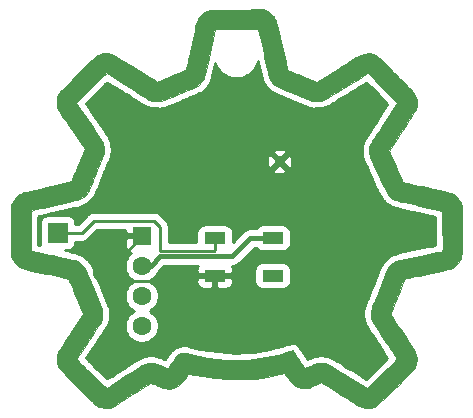
<source format=gbr>
%TF.GenerationSoftware,KiCad,Pcbnew,5.1.10-88a1d61d58~90~ubuntu20.04.1*%
%TF.CreationDate,2021-10-08T11:48:54+02:00*%
%TF.ProjectId,UROS_CO2-brkout,55524f53-5f43-44f3-922d-62726b6f7574,rev?*%
%TF.SameCoordinates,Original*%
%TF.FileFunction,Copper,L2,Bot*%
%TF.FilePolarity,Positive*%
%FSLAX46Y46*%
G04 Gerber Fmt 4.6, Leading zero omitted, Abs format (unit mm)*
G04 Created by KiCad (PCBNEW 5.1.10-88a1d61d58~90~ubuntu20.04.1) date 2021-10-08 11:48:54*
%MOMM*%
%LPD*%
G01*
G04 APERTURE LIST*
%TA.AperFunction,EtchedComponent*%
%ADD10C,0.010000*%
%TD*%
%TA.AperFunction,ComponentPad*%
%ADD11C,0.883477*%
%TD*%
%TA.AperFunction,ComponentPad*%
%ADD12R,1.600200X1.600200*%
%TD*%
%TA.AperFunction,ComponentPad*%
%ADD13C,1.600200*%
%TD*%
%TA.AperFunction,ComponentPad*%
%ADD14R,1.700000X1.700000*%
%TD*%
%TA.AperFunction,SMDPad,CuDef*%
%ADD15R,1.800000X1.000000*%
%TD*%
%TA.AperFunction,ViaPad*%
%ADD16C,0.800000*%
%TD*%
%TA.AperFunction,Conductor*%
%ADD17C,0.400000*%
%TD*%
%TA.AperFunction,Conductor*%
%ADD18C,0.250000*%
%TD*%
%TA.AperFunction,Conductor*%
%ADD19C,0.254000*%
%TD*%
%TA.AperFunction,Conductor*%
%ADD20C,0.100000*%
%TD*%
G04 APERTURE END LIST*
D10*
%TO.C,Board3*%
G36*
X83740414Y-55377722D02*
G01*
X83904704Y-55467594D01*
X84066597Y-55576382D01*
X84145202Y-55640038D01*
X84218646Y-55709034D01*
X84283361Y-55778832D01*
X84341713Y-55856668D01*
X84396068Y-55949778D01*
X84448792Y-56065401D01*
X84502251Y-56210773D01*
X84558810Y-56393131D01*
X84620837Y-56619712D01*
X84690697Y-56897753D01*
X84770756Y-57234490D01*
X84863379Y-57637162D01*
X84970934Y-58113004D01*
X85008825Y-58281613D01*
X85100288Y-58686792D01*
X85186990Y-59066762D01*
X85267043Y-59413535D01*
X85338560Y-59719122D01*
X85399652Y-59975536D01*
X85448431Y-60174788D01*
X85483009Y-60308891D01*
X85501498Y-60369856D01*
X85503046Y-60372522D01*
X85548760Y-60395266D01*
X85663282Y-60445420D01*
X85836830Y-60518898D01*
X86059622Y-60611612D01*
X86321875Y-60719475D01*
X86613809Y-60838401D01*
X86751414Y-60894098D01*
X87968329Y-61385680D01*
X89772438Y-60279348D01*
X90133438Y-60058589D01*
X90478224Y-59848925D01*
X90798957Y-59655042D01*
X91087798Y-59481624D01*
X91336906Y-59333357D01*
X91538443Y-59214927D01*
X91684568Y-59131019D01*
X91767441Y-59086318D01*
X91772857Y-59083769D01*
X91914156Y-59032565D01*
X92075474Y-59004031D01*
X92286140Y-58993389D01*
X92329890Y-58993011D01*
X92520601Y-58995836D01*
X92660771Y-59011022D01*
X92784370Y-59045777D01*
X92925365Y-59107307D01*
X92969266Y-59128680D01*
X93038847Y-59165555D01*
X93110842Y-59210601D01*
X93191109Y-59269311D01*
X93285505Y-59347179D01*
X93399887Y-59449700D01*
X93540113Y-59582366D01*
X93712039Y-59750673D01*
X93921525Y-59960115D01*
X94174426Y-60216185D01*
X94476600Y-60524377D01*
X94689030Y-60741755D01*
X94980045Y-61041061D01*
X95255977Y-61327282D01*
X95510508Y-61593696D01*
X95737319Y-61833578D01*
X95930094Y-62040203D01*
X96082515Y-62206848D01*
X96188263Y-62326789D01*
X96241021Y-62393302D01*
X96241516Y-62394078D01*
X96386108Y-62700763D01*
X96455014Y-63036870D01*
X96447011Y-63391520D01*
X96385817Y-63676613D01*
X96351546Y-63748492D01*
X96274649Y-63883103D01*
X96159826Y-64072974D01*
X96011778Y-64310633D01*
X95835204Y-64588606D01*
X95634806Y-64899422D01*
X95415283Y-65235609D01*
X95202675Y-65557565D01*
X94073424Y-67258645D01*
X94665195Y-68543739D01*
X94808071Y-68852293D01*
X94941474Y-69137121D01*
X95060892Y-69388841D01*
X95161813Y-69598070D01*
X95239726Y-69755427D01*
X95290119Y-69851529D01*
X95306400Y-69877137D01*
X95356746Y-69895367D01*
X95481652Y-69928703D01*
X95672739Y-69975230D01*
X95921629Y-70033033D01*
X96219944Y-70100196D01*
X96559305Y-70174805D01*
X96931335Y-70254944D01*
X97303167Y-70333568D01*
X97849260Y-70449266D01*
X98313886Y-70550418D01*
X98698910Y-70637464D01*
X99006193Y-70710848D01*
X99237599Y-70771009D01*
X99394991Y-70818392D01*
X99467439Y-70846696D01*
X99676899Y-70980732D01*
X99883783Y-71169339D01*
X100062132Y-71385715D01*
X100174244Y-71576471D01*
X100196863Y-71628039D01*
X100215529Y-71681240D01*
X100230687Y-71744509D01*
X100242786Y-71826283D01*
X100252273Y-71934998D01*
X100259594Y-72079088D01*
X100265197Y-72266991D01*
X100269530Y-72507142D01*
X100273039Y-72807977D01*
X100276172Y-73177931D01*
X100278850Y-73549613D01*
X100281693Y-74112001D01*
X100281554Y-74596511D01*
X100278041Y-75009888D01*
X100270762Y-75358882D01*
X100259325Y-75650239D01*
X100243340Y-75890706D01*
X100222413Y-76087033D01*
X100196152Y-76245966D01*
X100164167Y-76374253D01*
X100126065Y-76478641D01*
X100106314Y-76520616D01*
X99941161Y-76775482D01*
X99728169Y-76997737D01*
X99490421Y-77164440D01*
X99426411Y-77196302D01*
X99321109Y-77232374D01*
X99135614Y-77281962D01*
X98873191Y-77344334D01*
X98537106Y-77418757D01*
X98130624Y-77504497D01*
X97657011Y-77600823D01*
X97366667Y-77658527D01*
X96981986Y-77734852D01*
X96622058Y-77807111D01*
X96295578Y-77873496D01*
X96011245Y-77932200D01*
X95777756Y-77981416D01*
X95603811Y-78019335D01*
X95498107Y-78044151D01*
X95469266Y-78052817D01*
X95445646Y-78094905D01*
X95394436Y-78204907D01*
X95320031Y-78372343D01*
X95226826Y-78586734D01*
X95119216Y-78837601D01*
X95001595Y-79114465D01*
X94878360Y-79406846D01*
X94753903Y-79704266D01*
X94632622Y-79996246D01*
X94518910Y-80272306D01*
X94417163Y-80521967D01*
X94331775Y-80734750D01*
X94267141Y-80900176D01*
X94227657Y-81007765D01*
X94220326Y-81030734D01*
X94241678Y-81070189D01*
X94305766Y-81172250D01*
X94407711Y-81329515D01*
X94542629Y-81534586D01*
X94705638Y-81780062D01*
X94891856Y-82058542D01*
X95096401Y-82362627D01*
X95207667Y-82527347D01*
X95425747Y-82851294D01*
X95632755Y-83161743D01*
X95822961Y-83449886D01*
X95990635Y-83706914D01*
X96130045Y-83924020D01*
X96235463Y-84092394D01*
X96301157Y-84203230D01*
X96315125Y-84229678D01*
X96424791Y-84546332D01*
X96459943Y-84878588D01*
X96421820Y-85208887D01*
X96311663Y-85519674D01*
X96212134Y-85688576D01*
X96154648Y-85757569D01*
X96043076Y-85878856D01*
X95884021Y-86045693D01*
X95684086Y-86251337D01*
X95449874Y-86489045D01*
X95187987Y-86752072D01*
X94905028Y-87033676D01*
X94612902Y-87321904D01*
X94248072Y-87679955D01*
X93937219Y-87983135D01*
X93674023Y-88236007D01*
X93452163Y-88443138D01*
X93265321Y-88609091D01*
X93107175Y-88738431D01*
X92971407Y-88835723D01*
X92851695Y-88905533D01*
X92741719Y-88952424D01*
X92635161Y-88980962D01*
X92525700Y-88995711D01*
X92407015Y-89001237D01*
X92286667Y-89002096D01*
X92050391Y-88992287D01*
X91852827Y-88964717D01*
X91754111Y-88937425D01*
X91708236Y-88917180D01*
X91639832Y-88881766D01*
X91544513Y-88828500D01*
X91417893Y-88754702D01*
X91255586Y-88657688D01*
X91053206Y-88534777D01*
X90806366Y-88383288D01*
X90510680Y-88200539D01*
X90161763Y-87983848D01*
X89755228Y-87730532D01*
X89286689Y-87437911D01*
X88751759Y-87103303D01*
X88642690Y-87035031D01*
X88321879Y-86834202D01*
X87817190Y-87073351D01*
X87610873Y-87170304D01*
X87459118Y-87236712D01*
X87340008Y-87278354D01*
X87231628Y-87301009D01*
X87112060Y-87310457D01*
X86959389Y-87312478D01*
X86910333Y-87312500D01*
X86615251Y-87296012D01*
X86363551Y-87241020D01*
X86142031Y-87139236D01*
X85937485Y-86982368D01*
X85736709Y-86762127D01*
X85526499Y-86470222D01*
X85496765Y-86425006D01*
X85393818Y-86273709D01*
X85303822Y-86153550D01*
X85238631Y-86079697D01*
X85214419Y-86063667D01*
X85153365Y-86073527D01*
X85033806Y-86099651D01*
X84879145Y-86136856D01*
X84843053Y-86145932D01*
X83795437Y-86368828D01*
X82717790Y-86514999D01*
X81616026Y-86584377D01*
X80496056Y-86576896D01*
X79363793Y-86492488D01*
X78225151Y-86331086D01*
X77682676Y-86227202D01*
X77466993Y-86184798D01*
X77282840Y-86153123D01*
X77144981Y-86134360D01*
X77068179Y-86130691D01*
X77057400Y-86134722D01*
X77031009Y-86183563D01*
X76970030Y-86286925D01*
X76884760Y-86427540D01*
X76823558Y-86526907D01*
X76595232Y-86846133D01*
X76351732Y-87085590D01*
X76085090Y-87249866D01*
X75787337Y-87343551D01*
X75450508Y-87371234D01*
X75362410Y-87368539D01*
X75219756Y-87358071D01*
X75094195Y-87338275D01*
X74964989Y-87302908D01*
X74811402Y-87245727D01*
X74612697Y-87160488D01*
X74493001Y-87106779D01*
X74293446Y-87019532D01*
X74119114Y-86948918D01*
X73985454Y-86900776D01*
X73907909Y-86880944D01*
X73897337Y-86881580D01*
X73851529Y-86908401D01*
X73742559Y-86976616D01*
X73578123Y-87081280D01*
X73365919Y-87217447D01*
X73113642Y-87380172D01*
X72828989Y-87564507D01*
X72519658Y-87765509D01*
X72366044Y-87865563D01*
X72041830Y-88075995D01*
X71733421Y-88274450D01*
X71449390Y-88455538D01*
X71198306Y-88613868D01*
X70988742Y-88744050D01*
X70829268Y-88840693D01*
X70728457Y-88898407D01*
X70706114Y-88909545D01*
X70486888Y-88975532D01*
X70225645Y-89007486D01*
X69958761Y-89003351D01*
X69734480Y-88964501D01*
X69567795Y-88905734D01*
X69403230Y-88829479D01*
X69344889Y-88795990D01*
X69281618Y-88745420D01*
X69165011Y-88641332D01*
X69001666Y-88490009D01*
X68798183Y-88297736D01*
X68561160Y-88070793D01*
X68297197Y-87815466D01*
X68012893Y-87538036D01*
X67714848Y-87244787D01*
X67693932Y-87224118D01*
X67331310Y-86865330D01*
X67024254Y-86559762D01*
X66768040Y-86301186D01*
X66557944Y-86083379D01*
X66389243Y-85900114D01*
X66257213Y-85745165D01*
X66157130Y-85612308D01*
X66084272Y-85495317D01*
X66033913Y-85387966D01*
X66001331Y-85284030D01*
X65981801Y-85177282D01*
X65970601Y-85061499D01*
X65963704Y-84943777D01*
X65958134Y-84749579D01*
X65968898Y-84604097D01*
X66000945Y-84472152D01*
X66047735Y-84346528D01*
X66093157Y-84257886D01*
X66180853Y-84108135D01*
X66305255Y-83906023D01*
X66460797Y-83660295D01*
X66641910Y-83379697D01*
X66843027Y-83072977D01*
X67058582Y-82748880D01*
X67173909Y-82577302D01*
X68197897Y-81059438D01*
X67602867Y-79592802D01*
X67466910Y-79259647D01*
X67339220Y-78950473D01*
X67223625Y-78674272D01*
X67123953Y-78440035D01*
X67044034Y-78256753D01*
X66987696Y-78133417D01*
X66958767Y-78079017D01*
X66957834Y-78077992D01*
X66907167Y-78059580D01*
X66782142Y-78026134D01*
X66591342Y-77979620D01*
X66343350Y-77922006D01*
X66046751Y-77855261D01*
X65710129Y-77781350D01*
X65342065Y-77702244D01*
X65045167Y-77639559D01*
X64614007Y-77548050D01*
X64215470Y-77461161D01*
X63857533Y-77380762D01*
X63548174Y-77308724D01*
X63295370Y-77246916D01*
X63107099Y-77197210D01*
X62991340Y-77161474D01*
X62970833Y-77153258D01*
X62673137Y-76975547D01*
X62434315Y-76737885D01*
X62263528Y-76463696D01*
X62124167Y-76180613D01*
X62124167Y-75008960D01*
X63760304Y-75008960D01*
X63760611Y-75269114D01*
X63761678Y-75474696D01*
X63763490Y-75616768D01*
X63766029Y-75686391D01*
X63767139Y-75692000D01*
X63810131Y-75700500D01*
X63927673Y-75724839D01*
X64111490Y-75763278D01*
X64353310Y-75814076D01*
X64644861Y-75875493D01*
X64977870Y-75945790D01*
X65344063Y-76023225D01*
X65678204Y-76093986D01*
X66177493Y-76201072D01*
X66616822Y-76297945D01*
X66992202Y-76383655D01*
X67299643Y-76457252D01*
X67535156Y-76517785D01*
X67694751Y-76564304D01*
X67766327Y-76591403D01*
X67948000Y-76709282D01*
X68135506Y-76875488D01*
X68298861Y-77061630D01*
X68365454Y-77158756D01*
X68396861Y-77222948D01*
X68456448Y-77356799D01*
X68540506Y-77551537D01*
X68645321Y-77798389D01*
X68767184Y-78088584D01*
X68902382Y-78413351D01*
X69047203Y-78763916D01*
X69133135Y-78973138D01*
X69827016Y-80666167D01*
X69826654Y-81089500D01*
X69823609Y-81297737D01*
X69812235Y-81445816D01*
X69788542Y-81558136D01*
X69748539Y-81659094D01*
X69726252Y-81703333D01*
X69680901Y-81779712D01*
X69593618Y-81917438D01*
X69470099Y-82107858D01*
X69316040Y-82342320D01*
X69137136Y-82612169D01*
X68939082Y-82908753D01*
X68727575Y-83223419D01*
X68653489Y-83333167D01*
X68442889Y-83645252D01*
X68247101Y-83936282D01*
X68071215Y-84198619D01*
X67920327Y-84424628D01*
X67799527Y-84606671D01*
X67713909Y-84737112D01*
X67668566Y-84808314D01*
X67662758Y-84818717D01*
X67687109Y-84859457D01*
X67765230Y-84950524D01*
X67889439Y-85084401D01*
X68052056Y-85253571D01*
X68245401Y-85450517D01*
X68461793Y-85667723D01*
X68693551Y-85897672D01*
X68932996Y-86132848D01*
X69172447Y-86365733D01*
X69404222Y-86588811D01*
X69620643Y-86794565D01*
X69814028Y-86975479D01*
X69976697Y-87124036D01*
X70100969Y-87232719D01*
X70179164Y-87294011D01*
X70202718Y-87304522D01*
X70247947Y-87275575D01*
X70356313Y-87205466D01*
X70520021Y-87099262D01*
X70731274Y-86962026D01*
X70982276Y-86798826D01*
X71265232Y-86614726D01*
X71572345Y-86414792D01*
X71692476Y-86336556D01*
X72010204Y-86130022D01*
X72309887Y-85936003D01*
X72583189Y-85759839D01*
X72821773Y-85606869D01*
X73017304Y-85482431D01*
X73161446Y-85391864D01*
X73245862Y-85340509D01*
X73259350Y-85332994D01*
X73370207Y-85289249D01*
X73525794Y-85243915D01*
X73650804Y-85215432D01*
X73838228Y-85190234D01*
X74022892Y-85193507D01*
X74221691Y-85228791D01*
X74451521Y-85299625D01*
X74729278Y-85409549D01*
X74870397Y-85470931D01*
X75056116Y-85552047D01*
X75213949Y-85618593D01*
X75327756Y-85663933D01*
X75381398Y-85681429D01*
X75382261Y-85681453D01*
X75415524Y-85646673D01*
X75482607Y-85552181D01*
X75574573Y-85411341D01*
X75682482Y-85237515D01*
X75712729Y-85187430D01*
X75858376Y-84946820D01*
X75970864Y-84768034D01*
X76059475Y-84639634D01*
X76133488Y-84550181D01*
X76202182Y-84488237D01*
X76274839Y-84442362D01*
X76344839Y-84408278D01*
X76487341Y-84356545D01*
X76634903Y-84334801D01*
X76807145Y-84343598D01*
X77023688Y-84383491D01*
X77222810Y-84433043D01*
X77980580Y-84611845D01*
X78767916Y-84755505D01*
X79565987Y-84862123D01*
X80355961Y-84929798D01*
X81119007Y-84956628D01*
X81836294Y-84940714D01*
X82084333Y-84923775D01*
X82645773Y-84870458D01*
X83160585Y-84804738D01*
X83654206Y-84721880D01*
X84152071Y-84617149D01*
X84679616Y-84485809D01*
X85174546Y-84348509D01*
X85417214Y-84279091D01*
X85629779Y-84219089D01*
X85799740Y-84171966D01*
X85914592Y-84141185D01*
X85961833Y-84130209D01*
X85962351Y-84130324D01*
X85986065Y-84166103D01*
X86049527Y-84261856D01*
X86145711Y-84406982D01*
X86267591Y-84590880D01*
X86408141Y-84802949D01*
X86444074Y-84857167D01*
X86589857Y-85076578D01*
X86720556Y-85272243D01*
X86828687Y-85433041D01*
X86906764Y-85547849D01*
X86947302Y-85605548D01*
X86950419Y-85609450D01*
X86997751Y-85605100D01*
X87105823Y-85569707D01*
X87259125Y-85509029D01*
X87442144Y-85428822D01*
X87463650Y-85418950D01*
X87666056Y-85326568D01*
X87814795Y-85264120D01*
X87932984Y-85225868D01*
X88043741Y-85206074D01*
X88170183Y-85198999D01*
X88335429Y-85198905D01*
X88349667Y-85199017D01*
X88559779Y-85204550D01*
X88710810Y-85220051D01*
X88828151Y-85249760D01*
X88935051Y-85296811D01*
X89009421Y-85339039D01*
X89147084Y-85421057D01*
X89339591Y-85537688D01*
X89578493Y-85683757D01*
X89855344Y-85854089D01*
X90161695Y-86043508D01*
X90489098Y-86246839D01*
X90683601Y-86368040D01*
X92248935Y-87344658D01*
X93504315Y-86100912D01*
X93772576Y-85834082D01*
X94020755Y-85585190D01*
X94242649Y-85360608D01*
X94432055Y-85166707D01*
X94582772Y-85009859D01*
X94688596Y-84896434D01*
X94743327Y-84832805D01*
X94749597Y-84821666D01*
X94724500Y-84780052D01*
X94656947Y-84675763D01*
X94551904Y-84516269D01*
X94414335Y-84309035D01*
X94249205Y-84061529D01*
X94061478Y-83781219D01*
X93856119Y-83475573D01*
X93743724Y-83308673D01*
X93527187Y-82985850D01*
X93322849Y-82678279D01*
X93136214Y-82394458D01*
X92972784Y-82142885D01*
X92838063Y-81932057D01*
X92737553Y-81770473D01*
X92676758Y-81666629D01*
X92663985Y-81641370D01*
X92585563Y-81389557D01*
X92551709Y-81110011D01*
X92565213Y-80839884D01*
X92593926Y-80708500D01*
X92628124Y-80608711D01*
X92689830Y-80443757D01*
X92774769Y-80224125D01*
X92878666Y-79960300D01*
X92997248Y-79662769D01*
X93126239Y-79342019D01*
X93261364Y-79008536D01*
X93398350Y-78672805D01*
X93532922Y-78345314D01*
X93660804Y-78036548D01*
X93777724Y-77756995D01*
X93879405Y-77517139D01*
X93961574Y-77327469D01*
X94019955Y-77198469D01*
X94044910Y-77148959D01*
X94196619Y-76944796D01*
X94400203Y-76751683D01*
X94624730Y-76598310D01*
X94657162Y-76581087D01*
X94745483Y-76549607D01*
X94912803Y-76504158D01*
X95154785Y-76445722D01*
X95467092Y-76375281D01*
X95845387Y-76293816D01*
X96285332Y-76202308D01*
X96722820Y-76113695D01*
X97110732Y-76036032D01*
X97472366Y-75963717D01*
X97799427Y-75898402D01*
X98083621Y-75841738D01*
X98316657Y-75795379D01*
X98490239Y-75760977D01*
X98596075Y-75740183D01*
X98626558Y-75734441D01*
X98628688Y-75693566D01*
X98630153Y-75576914D01*
X98630954Y-75393371D01*
X98631091Y-75151823D01*
X98630563Y-74861158D01*
X98629370Y-74530262D01*
X98627513Y-74168022D01*
X98626558Y-74012293D01*
X98615500Y-72290253D01*
X96668167Y-71878991D01*
X96178033Y-71774767D01*
X95764493Y-71685158D01*
X95421036Y-71608582D01*
X95141152Y-71543458D01*
X94918332Y-71488202D01*
X94746065Y-71441234D01*
X94617842Y-71400972D01*
X94527154Y-71365833D01*
X94497179Y-71351440D01*
X94386554Y-71290194D01*
X94287842Y-71224330D01*
X94196269Y-71146318D01*
X94107058Y-71048629D01*
X94015433Y-70923735D01*
X93916618Y-70764107D01*
X93805838Y-70562217D01*
X93678315Y-70310536D01*
X93529275Y-70001535D01*
X93353940Y-69627686D01*
X93219382Y-69337187D01*
X93063284Y-68997927D01*
X92916240Y-68675942D01*
X92782590Y-68380919D01*
X92666677Y-68122544D01*
X92572844Y-67910503D01*
X92505432Y-67754482D01*
X92468783Y-67664170D01*
X92466334Y-67657261D01*
X92428002Y-67461831D01*
X92422247Y-67222963D01*
X92446862Y-66974413D01*
X92499639Y-66749934D01*
X92531022Y-66667917D01*
X92570950Y-66595409D01*
X92652765Y-66460440D01*
X92771366Y-66270978D01*
X92921651Y-66034992D01*
X93098519Y-65760453D01*
X93296866Y-65455327D01*
X93511593Y-65127585D01*
X93700006Y-64841968D01*
X94786908Y-63199435D01*
X93548270Y-61931551D01*
X93283783Y-61660986D01*
X93038272Y-61410160D01*
X92817902Y-61185343D01*
X92628832Y-60992806D01*
X92477225Y-60838820D01*
X92369242Y-60729658D01*
X92311046Y-60671589D01*
X92302511Y-60663667D01*
X92266155Y-60685124D01*
X92164685Y-60746638D01*
X92005111Y-60843919D01*
X91794442Y-60972679D01*
X91539689Y-61128630D01*
X91247862Y-61307483D01*
X90925971Y-61504950D01*
X90581026Y-61716742D01*
X90565944Y-61726006D01*
X90211590Y-61943268D01*
X89872775Y-62150228D01*
X89557644Y-62341963D01*
X89274342Y-62513555D01*
X89031013Y-62660082D01*
X88835802Y-62776623D01*
X88696852Y-62858258D01*
X88624833Y-62898763D01*
X88510067Y-62952758D01*
X88400777Y-62986095D01*
X88270131Y-63003687D01*
X88091296Y-63010449D01*
X88011000Y-63011173D01*
X87608833Y-63013167D01*
X86159151Y-62431762D01*
X85821879Y-62295480D01*
X85503694Y-62164976D01*
X85214598Y-62044497D01*
X84964596Y-61938292D01*
X84763690Y-61850608D01*
X84621882Y-61785693D01*
X84550484Y-61748644D01*
X84319827Y-61562105D01*
X84121803Y-61327505D01*
X83978675Y-61072598D01*
X83951798Y-61002333D01*
X83932281Y-60931072D01*
X83896561Y-60786226D01*
X83846745Y-60576873D01*
X83784940Y-60312090D01*
X83713254Y-60000957D01*
X83633795Y-59652550D01*
X83548669Y-59275947D01*
X83480110Y-58970333D01*
X83392933Y-58580543D01*
X83310876Y-58213850D01*
X83235899Y-57879008D01*
X83169966Y-57584769D01*
X83115038Y-57339885D01*
X83073078Y-57153109D01*
X83046046Y-57033193D01*
X83036480Y-56991250D01*
X83026151Y-56957263D01*
X83005620Y-56932507D01*
X82962958Y-56915521D01*
X82886238Y-56904840D01*
X82763532Y-56899002D01*
X82582913Y-56896545D01*
X82332452Y-56896006D01*
X82259727Y-56896000D01*
X81990673Y-56897227D01*
X81661550Y-56900660D01*
X81296916Y-56905928D01*
X80921329Y-56912658D01*
X80559346Y-56920479D01*
X80426521Y-56923761D01*
X79347641Y-56951522D01*
X78916569Y-58956757D01*
X78828204Y-59363338D01*
X78742341Y-59749929D01*
X78661106Y-60107547D01*
X78586622Y-60427211D01*
X78521014Y-60699938D01*
X78466406Y-60916746D01*
X78424921Y-61068653D01*
X78398686Y-61146675D01*
X78216548Y-61437523D01*
X77972109Y-61672745D01*
X77780134Y-61793899D01*
X77681736Y-61840715D01*
X77515936Y-61914021D01*
X77294026Y-62009065D01*
X77027295Y-62121090D01*
X76727033Y-62245342D01*
X76404529Y-62377068D01*
X76178833Y-62468263D01*
X74824167Y-63013167D01*
X74400833Y-63011605D01*
X74179532Y-63006723D01*
X74021624Y-62992025D01*
X73906115Y-62964549D01*
X73829535Y-62931066D01*
X73764621Y-62893087D01*
X73635729Y-62814743D01*
X73450520Y-62700788D01*
X73216657Y-62555979D01*
X72941803Y-62385072D01*
X72633619Y-62192821D01*
X72299768Y-61983984D01*
X71947914Y-61763315D01*
X71933955Y-61754549D01*
X70186340Y-60657010D01*
X69901753Y-60911524D01*
X69801099Y-61004866D01*
X69650738Y-61148757D01*
X69460513Y-61333561D01*
X69240269Y-61549643D01*
X68999848Y-61787366D01*
X68749095Y-62037096D01*
X68629190Y-62157163D01*
X67641213Y-63148286D01*
X68697594Y-64710560D01*
X68921165Y-65042223D01*
X69133026Y-65358473D01*
X69327778Y-65651114D01*
X69500026Y-65911946D01*
X69644370Y-66132772D01*
X69755413Y-66305394D01*
X69827758Y-66421614D01*
X69851629Y-66463333D01*
X69915832Y-66644129D01*
X69957919Y-66874214D01*
X69975282Y-67120488D01*
X69965315Y-67349852D01*
X69933735Y-67505788D01*
X69901618Y-67593949D01*
X69841689Y-67748347D01*
X69758557Y-67957754D01*
X69656826Y-68210947D01*
X69541105Y-68496698D01*
X69415998Y-68803784D01*
X69286114Y-69120979D01*
X69156058Y-69437057D01*
X69030436Y-69740794D01*
X68913857Y-70020963D01*
X68810925Y-70266339D01*
X68726248Y-70465698D01*
X68664432Y-70607814D01*
X68632200Y-70677403D01*
X68514258Y-70851108D01*
X68345510Y-71028965D01*
X68154172Y-71184731D01*
X67973603Y-71289929D01*
X67893260Y-71316643D01*
X67740499Y-71359271D01*
X67525527Y-71415265D01*
X67258557Y-71482076D01*
X66949797Y-71557156D01*
X66609458Y-71637957D01*
X66247750Y-71721929D01*
X66188167Y-71735583D01*
X65812455Y-71821534D01*
X65446369Y-71905320D01*
X65101959Y-71984178D01*
X64791277Y-72055348D01*
X64526376Y-72116069D01*
X64319308Y-72163580D01*
X64182125Y-72195120D01*
X64177333Y-72196225D01*
X63775167Y-72288931D01*
X63764103Y-73990466D01*
X63762034Y-74360697D01*
X63760773Y-74703175D01*
X63760304Y-75008960D01*
X62124167Y-75008960D01*
X62124167Y-71818500D01*
X62235722Y-71580586D01*
X62401662Y-71301562D01*
X62613670Y-71060419D01*
X62847358Y-70882862D01*
X62918607Y-70850486D01*
X63038413Y-70809458D01*
X63211597Y-70758531D01*
X63442979Y-70696457D01*
X63737380Y-70621989D01*
X64099620Y-70533879D01*
X64534518Y-70430879D01*
X65046895Y-70311742D01*
X65108665Y-70297489D01*
X65515788Y-70203055D01*
X65897872Y-70113348D01*
X66246969Y-70030309D01*
X66555129Y-69955881D01*
X66814404Y-69892006D01*
X67016843Y-69840626D01*
X67154497Y-69803683D01*
X67219418Y-69783119D01*
X67223265Y-69780867D01*
X67246690Y-69734179D01*
X67297968Y-69618443D01*
X67373125Y-69443066D01*
X67468191Y-69217457D01*
X67579192Y-68951025D01*
X67702155Y-68653179D01*
X67794314Y-68428358D01*
X68332129Y-67112549D01*
X67218681Y-65465024D01*
X66968351Y-65092396D01*
X66738539Y-64745922D01*
X66533505Y-64432277D01*
X66357512Y-64158136D01*
X66214822Y-63930174D01*
X66109695Y-63755066D01*
X66046394Y-63639487D01*
X66031665Y-63605833D01*
X65963857Y-63293646D01*
X65964788Y-62966469D01*
X66031249Y-62647202D01*
X66160030Y-62358746D01*
X66218933Y-62269713D01*
X66276924Y-62201849D01*
X66388851Y-62081611D01*
X66548068Y-61915768D01*
X66747924Y-61711090D01*
X66981771Y-61474345D01*
X67242962Y-61212303D01*
X67524848Y-60931732D01*
X67801827Y-60658059D01*
X68162444Y-60303581D01*
X68469354Y-60004075D01*
X68728847Y-59754775D01*
X68947215Y-59550916D01*
X69130749Y-59387731D01*
X69285738Y-59260455D01*
X69418475Y-59164321D01*
X69535249Y-59094564D01*
X69642352Y-59046417D01*
X69746074Y-59015114D01*
X69852707Y-58995890D01*
X69968541Y-58983978D01*
X70016265Y-58980379D01*
X70135240Y-58973168D01*
X70243244Y-58972000D01*
X70347561Y-58980339D01*
X70455478Y-59001648D01*
X70574277Y-59039389D01*
X70711244Y-59097026D01*
X70873664Y-59178022D01*
X71068821Y-59285839D01*
X71303999Y-59423940D01*
X71586483Y-59595788D01*
X71923559Y-59804847D01*
X72322509Y-60054578D01*
X72467929Y-60145844D01*
X72817223Y-60365050D01*
X73148326Y-60572697D01*
X73453572Y-60763990D01*
X73725299Y-60934134D01*
X73955844Y-61078330D01*
X74137544Y-61191785D01*
X74262734Y-61269701D01*
X74323247Y-61306980D01*
X74457327Y-61387562D01*
X75677913Y-60893935D01*
X75979351Y-60771791D01*
X76254664Y-60659777D01*
X76494272Y-60561827D01*
X76688593Y-60481876D01*
X76828045Y-60423858D01*
X76903047Y-60391707D01*
X76913306Y-60386654D01*
X76926359Y-60343039D01*
X76954221Y-60229211D01*
X76993987Y-60057750D01*
X77042750Y-59841237D01*
X77097604Y-59592250D01*
X77110262Y-59534083D01*
X77170515Y-59256513D01*
X77243851Y-58918565D01*
X77325417Y-58542608D01*
X77410362Y-58151009D01*
X77493832Y-57766136D01*
X77553997Y-57488667D01*
X77641004Y-57093231D01*
X77715743Y-56770886D01*
X77781949Y-56511580D01*
X77843358Y-56305262D01*
X77903704Y-56141883D01*
X77966722Y-56011392D01*
X78036148Y-55903737D01*
X78115717Y-55808869D01*
X78209163Y-55716736D01*
X78214237Y-55712048D01*
X78471073Y-55515556D01*
X78748685Y-55388442D01*
X78951667Y-55336450D01*
X79049084Y-55325793D01*
X79225037Y-55315777D01*
X79473398Y-55306549D01*
X79788036Y-55298258D01*
X80162824Y-55291052D01*
X80591631Y-55285079D01*
X81068329Y-55280487D01*
X81343500Y-55278634D01*
X83502500Y-55266167D01*
X83740414Y-55377722D01*
G37*
X83740414Y-55377722D02*
X83904704Y-55467594D01*
X84066597Y-55576382D01*
X84145202Y-55640038D01*
X84218646Y-55709034D01*
X84283361Y-55778832D01*
X84341713Y-55856668D01*
X84396068Y-55949778D01*
X84448792Y-56065401D01*
X84502251Y-56210773D01*
X84558810Y-56393131D01*
X84620837Y-56619712D01*
X84690697Y-56897753D01*
X84770756Y-57234490D01*
X84863379Y-57637162D01*
X84970934Y-58113004D01*
X85008825Y-58281613D01*
X85100288Y-58686792D01*
X85186990Y-59066762D01*
X85267043Y-59413535D01*
X85338560Y-59719122D01*
X85399652Y-59975536D01*
X85448431Y-60174788D01*
X85483009Y-60308891D01*
X85501498Y-60369856D01*
X85503046Y-60372522D01*
X85548760Y-60395266D01*
X85663282Y-60445420D01*
X85836830Y-60518898D01*
X86059622Y-60611612D01*
X86321875Y-60719475D01*
X86613809Y-60838401D01*
X86751414Y-60894098D01*
X87968329Y-61385680D01*
X89772438Y-60279348D01*
X90133438Y-60058589D01*
X90478224Y-59848925D01*
X90798957Y-59655042D01*
X91087798Y-59481624D01*
X91336906Y-59333357D01*
X91538443Y-59214927D01*
X91684568Y-59131019D01*
X91767441Y-59086318D01*
X91772857Y-59083769D01*
X91914156Y-59032565D01*
X92075474Y-59004031D01*
X92286140Y-58993389D01*
X92329890Y-58993011D01*
X92520601Y-58995836D01*
X92660771Y-59011022D01*
X92784370Y-59045777D01*
X92925365Y-59107307D01*
X92969266Y-59128680D01*
X93038847Y-59165555D01*
X93110842Y-59210601D01*
X93191109Y-59269311D01*
X93285505Y-59347179D01*
X93399887Y-59449700D01*
X93540113Y-59582366D01*
X93712039Y-59750673D01*
X93921525Y-59960115D01*
X94174426Y-60216185D01*
X94476600Y-60524377D01*
X94689030Y-60741755D01*
X94980045Y-61041061D01*
X95255977Y-61327282D01*
X95510508Y-61593696D01*
X95737319Y-61833578D01*
X95930094Y-62040203D01*
X96082515Y-62206848D01*
X96188263Y-62326789D01*
X96241021Y-62393302D01*
X96241516Y-62394078D01*
X96386108Y-62700763D01*
X96455014Y-63036870D01*
X96447011Y-63391520D01*
X96385817Y-63676613D01*
X96351546Y-63748492D01*
X96274649Y-63883103D01*
X96159826Y-64072974D01*
X96011778Y-64310633D01*
X95835204Y-64588606D01*
X95634806Y-64899422D01*
X95415283Y-65235609D01*
X95202675Y-65557565D01*
X94073424Y-67258645D01*
X94665195Y-68543739D01*
X94808071Y-68852293D01*
X94941474Y-69137121D01*
X95060892Y-69388841D01*
X95161813Y-69598070D01*
X95239726Y-69755427D01*
X95290119Y-69851529D01*
X95306400Y-69877137D01*
X95356746Y-69895367D01*
X95481652Y-69928703D01*
X95672739Y-69975230D01*
X95921629Y-70033033D01*
X96219944Y-70100196D01*
X96559305Y-70174805D01*
X96931335Y-70254944D01*
X97303167Y-70333568D01*
X97849260Y-70449266D01*
X98313886Y-70550418D01*
X98698910Y-70637464D01*
X99006193Y-70710848D01*
X99237599Y-70771009D01*
X99394991Y-70818392D01*
X99467439Y-70846696D01*
X99676899Y-70980732D01*
X99883783Y-71169339D01*
X100062132Y-71385715D01*
X100174244Y-71576471D01*
X100196863Y-71628039D01*
X100215529Y-71681240D01*
X100230687Y-71744509D01*
X100242786Y-71826283D01*
X100252273Y-71934998D01*
X100259594Y-72079088D01*
X100265197Y-72266991D01*
X100269530Y-72507142D01*
X100273039Y-72807977D01*
X100276172Y-73177931D01*
X100278850Y-73549613D01*
X100281693Y-74112001D01*
X100281554Y-74596511D01*
X100278041Y-75009888D01*
X100270762Y-75358882D01*
X100259325Y-75650239D01*
X100243340Y-75890706D01*
X100222413Y-76087033D01*
X100196152Y-76245966D01*
X100164167Y-76374253D01*
X100126065Y-76478641D01*
X100106314Y-76520616D01*
X99941161Y-76775482D01*
X99728169Y-76997737D01*
X99490421Y-77164440D01*
X99426411Y-77196302D01*
X99321109Y-77232374D01*
X99135614Y-77281962D01*
X98873191Y-77344334D01*
X98537106Y-77418757D01*
X98130624Y-77504497D01*
X97657011Y-77600823D01*
X97366667Y-77658527D01*
X96981986Y-77734852D01*
X96622058Y-77807111D01*
X96295578Y-77873496D01*
X96011245Y-77932200D01*
X95777756Y-77981416D01*
X95603811Y-78019335D01*
X95498107Y-78044151D01*
X95469266Y-78052817D01*
X95445646Y-78094905D01*
X95394436Y-78204907D01*
X95320031Y-78372343D01*
X95226826Y-78586734D01*
X95119216Y-78837601D01*
X95001595Y-79114465D01*
X94878360Y-79406846D01*
X94753903Y-79704266D01*
X94632622Y-79996246D01*
X94518910Y-80272306D01*
X94417163Y-80521967D01*
X94331775Y-80734750D01*
X94267141Y-80900176D01*
X94227657Y-81007765D01*
X94220326Y-81030734D01*
X94241678Y-81070189D01*
X94305766Y-81172250D01*
X94407711Y-81329515D01*
X94542629Y-81534586D01*
X94705638Y-81780062D01*
X94891856Y-82058542D01*
X95096401Y-82362627D01*
X95207667Y-82527347D01*
X95425747Y-82851294D01*
X95632755Y-83161743D01*
X95822961Y-83449886D01*
X95990635Y-83706914D01*
X96130045Y-83924020D01*
X96235463Y-84092394D01*
X96301157Y-84203230D01*
X96315125Y-84229678D01*
X96424791Y-84546332D01*
X96459943Y-84878588D01*
X96421820Y-85208887D01*
X96311663Y-85519674D01*
X96212134Y-85688576D01*
X96154648Y-85757569D01*
X96043076Y-85878856D01*
X95884021Y-86045693D01*
X95684086Y-86251337D01*
X95449874Y-86489045D01*
X95187987Y-86752072D01*
X94905028Y-87033676D01*
X94612902Y-87321904D01*
X94248072Y-87679955D01*
X93937219Y-87983135D01*
X93674023Y-88236007D01*
X93452163Y-88443138D01*
X93265321Y-88609091D01*
X93107175Y-88738431D01*
X92971407Y-88835723D01*
X92851695Y-88905533D01*
X92741719Y-88952424D01*
X92635161Y-88980962D01*
X92525700Y-88995711D01*
X92407015Y-89001237D01*
X92286667Y-89002096D01*
X92050391Y-88992287D01*
X91852827Y-88964717D01*
X91754111Y-88937425D01*
X91708236Y-88917180D01*
X91639832Y-88881766D01*
X91544513Y-88828500D01*
X91417893Y-88754702D01*
X91255586Y-88657688D01*
X91053206Y-88534777D01*
X90806366Y-88383288D01*
X90510680Y-88200539D01*
X90161763Y-87983848D01*
X89755228Y-87730532D01*
X89286689Y-87437911D01*
X88751759Y-87103303D01*
X88642690Y-87035031D01*
X88321879Y-86834202D01*
X87817190Y-87073351D01*
X87610873Y-87170304D01*
X87459118Y-87236712D01*
X87340008Y-87278354D01*
X87231628Y-87301009D01*
X87112060Y-87310457D01*
X86959389Y-87312478D01*
X86910333Y-87312500D01*
X86615251Y-87296012D01*
X86363551Y-87241020D01*
X86142031Y-87139236D01*
X85937485Y-86982368D01*
X85736709Y-86762127D01*
X85526499Y-86470222D01*
X85496765Y-86425006D01*
X85393818Y-86273709D01*
X85303822Y-86153550D01*
X85238631Y-86079697D01*
X85214419Y-86063667D01*
X85153365Y-86073527D01*
X85033806Y-86099651D01*
X84879145Y-86136856D01*
X84843053Y-86145932D01*
X83795437Y-86368828D01*
X82717790Y-86514999D01*
X81616026Y-86584377D01*
X80496056Y-86576896D01*
X79363793Y-86492488D01*
X78225151Y-86331086D01*
X77682676Y-86227202D01*
X77466993Y-86184798D01*
X77282840Y-86153123D01*
X77144981Y-86134360D01*
X77068179Y-86130691D01*
X77057400Y-86134722D01*
X77031009Y-86183563D01*
X76970030Y-86286925D01*
X76884760Y-86427540D01*
X76823558Y-86526907D01*
X76595232Y-86846133D01*
X76351732Y-87085590D01*
X76085090Y-87249866D01*
X75787337Y-87343551D01*
X75450508Y-87371234D01*
X75362410Y-87368539D01*
X75219756Y-87358071D01*
X75094195Y-87338275D01*
X74964989Y-87302908D01*
X74811402Y-87245727D01*
X74612697Y-87160488D01*
X74493001Y-87106779D01*
X74293446Y-87019532D01*
X74119114Y-86948918D01*
X73985454Y-86900776D01*
X73907909Y-86880944D01*
X73897337Y-86881580D01*
X73851529Y-86908401D01*
X73742559Y-86976616D01*
X73578123Y-87081280D01*
X73365919Y-87217447D01*
X73113642Y-87380172D01*
X72828989Y-87564507D01*
X72519658Y-87765509D01*
X72366044Y-87865563D01*
X72041830Y-88075995D01*
X71733421Y-88274450D01*
X71449390Y-88455538D01*
X71198306Y-88613868D01*
X70988742Y-88744050D01*
X70829268Y-88840693D01*
X70728457Y-88898407D01*
X70706114Y-88909545D01*
X70486888Y-88975532D01*
X70225645Y-89007486D01*
X69958761Y-89003351D01*
X69734480Y-88964501D01*
X69567795Y-88905734D01*
X69403230Y-88829479D01*
X69344889Y-88795990D01*
X69281618Y-88745420D01*
X69165011Y-88641332D01*
X69001666Y-88490009D01*
X68798183Y-88297736D01*
X68561160Y-88070793D01*
X68297197Y-87815466D01*
X68012893Y-87538036D01*
X67714848Y-87244787D01*
X67693932Y-87224118D01*
X67331310Y-86865330D01*
X67024254Y-86559762D01*
X66768040Y-86301186D01*
X66557944Y-86083379D01*
X66389243Y-85900114D01*
X66257213Y-85745165D01*
X66157130Y-85612308D01*
X66084272Y-85495317D01*
X66033913Y-85387966D01*
X66001331Y-85284030D01*
X65981801Y-85177282D01*
X65970601Y-85061499D01*
X65963704Y-84943777D01*
X65958134Y-84749579D01*
X65968898Y-84604097D01*
X66000945Y-84472152D01*
X66047735Y-84346528D01*
X66093157Y-84257886D01*
X66180853Y-84108135D01*
X66305255Y-83906023D01*
X66460797Y-83660295D01*
X66641910Y-83379697D01*
X66843027Y-83072977D01*
X67058582Y-82748880D01*
X67173909Y-82577302D01*
X68197897Y-81059438D01*
X67602867Y-79592802D01*
X67466910Y-79259647D01*
X67339220Y-78950473D01*
X67223625Y-78674272D01*
X67123953Y-78440035D01*
X67044034Y-78256753D01*
X66987696Y-78133417D01*
X66958767Y-78079017D01*
X66957834Y-78077992D01*
X66907167Y-78059580D01*
X66782142Y-78026134D01*
X66591342Y-77979620D01*
X66343350Y-77922006D01*
X66046751Y-77855261D01*
X65710129Y-77781350D01*
X65342065Y-77702244D01*
X65045167Y-77639559D01*
X64614007Y-77548050D01*
X64215470Y-77461161D01*
X63857533Y-77380762D01*
X63548174Y-77308724D01*
X63295370Y-77246916D01*
X63107099Y-77197210D01*
X62991340Y-77161474D01*
X62970833Y-77153258D01*
X62673137Y-76975547D01*
X62434315Y-76737885D01*
X62263528Y-76463696D01*
X62124167Y-76180613D01*
X62124167Y-75008960D01*
X63760304Y-75008960D01*
X63760611Y-75269114D01*
X63761678Y-75474696D01*
X63763490Y-75616768D01*
X63766029Y-75686391D01*
X63767139Y-75692000D01*
X63810131Y-75700500D01*
X63927673Y-75724839D01*
X64111490Y-75763278D01*
X64353310Y-75814076D01*
X64644861Y-75875493D01*
X64977870Y-75945790D01*
X65344063Y-76023225D01*
X65678204Y-76093986D01*
X66177493Y-76201072D01*
X66616822Y-76297945D01*
X66992202Y-76383655D01*
X67299643Y-76457252D01*
X67535156Y-76517785D01*
X67694751Y-76564304D01*
X67766327Y-76591403D01*
X67948000Y-76709282D01*
X68135506Y-76875488D01*
X68298861Y-77061630D01*
X68365454Y-77158756D01*
X68396861Y-77222948D01*
X68456448Y-77356799D01*
X68540506Y-77551537D01*
X68645321Y-77798389D01*
X68767184Y-78088584D01*
X68902382Y-78413351D01*
X69047203Y-78763916D01*
X69133135Y-78973138D01*
X69827016Y-80666167D01*
X69826654Y-81089500D01*
X69823609Y-81297737D01*
X69812235Y-81445816D01*
X69788542Y-81558136D01*
X69748539Y-81659094D01*
X69726252Y-81703333D01*
X69680901Y-81779712D01*
X69593618Y-81917438D01*
X69470099Y-82107858D01*
X69316040Y-82342320D01*
X69137136Y-82612169D01*
X68939082Y-82908753D01*
X68727575Y-83223419D01*
X68653489Y-83333167D01*
X68442889Y-83645252D01*
X68247101Y-83936282D01*
X68071215Y-84198619D01*
X67920327Y-84424628D01*
X67799527Y-84606671D01*
X67713909Y-84737112D01*
X67668566Y-84808314D01*
X67662758Y-84818717D01*
X67687109Y-84859457D01*
X67765230Y-84950524D01*
X67889439Y-85084401D01*
X68052056Y-85253571D01*
X68245401Y-85450517D01*
X68461793Y-85667723D01*
X68693551Y-85897672D01*
X68932996Y-86132848D01*
X69172447Y-86365733D01*
X69404222Y-86588811D01*
X69620643Y-86794565D01*
X69814028Y-86975479D01*
X69976697Y-87124036D01*
X70100969Y-87232719D01*
X70179164Y-87294011D01*
X70202718Y-87304522D01*
X70247947Y-87275575D01*
X70356313Y-87205466D01*
X70520021Y-87099262D01*
X70731274Y-86962026D01*
X70982276Y-86798826D01*
X71265232Y-86614726D01*
X71572345Y-86414792D01*
X71692476Y-86336556D01*
X72010204Y-86130022D01*
X72309887Y-85936003D01*
X72583189Y-85759839D01*
X72821773Y-85606869D01*
X73017304Y-85482431D01*
X73161446Y-85391864D01*
X73245862Y-85340509D01*
X73259350Y-85332994D01*
X73370207Y-85289249D01*
X73525794Y-85243915D01*
X73650804Y-85215432D01*
X73838228Y-85190234D01*
X74022892Y-85193507D01*
X74221691Y-85228791D01*
X74451521Y-85299625D01*
X74729278Y-85409549D01*
X74870397Y-85470931D01*
X75056116Y-85552047D01*
X75213949Y-85618593D01*
X75327756Y-85663933D01*
X75381398Y-85681429D01*
X75382261Y-85681453D01*
X75415524Y-85646673D01*
X75482607Y-85552181D01*
X75574573Y-85411341D01*
X75682482Y-85237515D01*
X75712729Y-85187430D01*
X75858376Y-84946820D01*
X75970864Y-84768034D01*
X76059475Y-84639634D01*
X76133488Y-84550181D01*
X76202182Y-84488237D01*
X76274839Y-84442362D01*
X76344839Y-84408278D01*
X76487341Y-84356545D01*
X76634903Y-84334801D01*
X76807145Y-84343598D01*
X77023688Y-84383491D01*
X77222810Y-84433043D01*
X77980580Y-84611845D01*
X78767916Y-84755505D01*
X79565987Y-84862123D01*
X80355961Y-84929798D01*
X81119007Y-84956628D01*
X81836294Y-84940714D01*
X82084333Y-84923775D01*
X82645773Y-84870458D01*
X83160585Y-84804738D01*
X83654206Y-84721880D01*
X84152071Y-84617149D01*
X84679616Y-84485809D01*
X85174546Y-84348509D01*
X85417214Y-84279091D01*
X85629779Y-84219089D01*
X85799740Y-84171966D01*
X85914592Y-84141185D01*
X85961833Y-84130209D01*
X85962351Y-84130324D01*
X85986065Y-84166103D01*
X86049527Y-84261856D01*
X86145711Y-84406982D01*
X86267591Y-84590880D01*
X86408141Y-84802949D01*
X86444074Y-84857167D01*
X86589857Y-85076578D01*
X86720556Y-85272243D01*
X86828687Y-85433041D01*
X86906764Y-85547849D01*
X86947302Y-85605548D01*
X86950419Y-85609450D01*
X86997751Y-85605100D01*
X87105823Y-85569707D01*
X87259125Y-85509029D01*
X87442144Y-85428822D01*
X87463650Y-85418950D01*
X87666056Y-85326568D01*
X87814795Y-85264120D01*
X87932984Y-85225868D01*
X88043741Y-85206074D01*
X88170183Y-85198999D01*
X88335429Y-85198905D01*
X88349667Y-85199017D01*
X88559779Y-85204550D01*
X88710810Y-85220051D01*
X88828151Y-85249760D01*
X88935051Y-85296811D01*
X89009421Y-85339039D01*
X89147084Y-85421057D01*
X89339591Y-85537688D01*
X89578493Y-85683757D01*
X89855344Y-85854089D01*
X90161695Y-86043508D01*
X90489098Y-86246839D01*
X90683601Y-86368040D01*
X92248935Y-87344658D01*
X93504315Y-86100912D01*
X93772576Y-85834082D01*
X94020755Y-85585190D01*
X94242649Y-85360608D01*
X94432055Y-85166707D01*
X94582772Y-85009859D01*
X94688596Y-84896434D01*
X94743327Y-84832805D01*
X94749597Y-84821666D01*
X94724500Y-84780052D01*
X94656947Y-84675763D01*
X94551904Y-84516269D01*
X94414335Y-84309035D01*
X94249205Y-84061529D01*
X94061478Y-83781219D01*
X93856119Y-83475573D01*
X93743724Y-83308673D01*
X93527187Y-82985850D01*
X93322849Y-82678279D01*
X93136214Y-82394458D01*
X92972784Y-82142885D01*
X92838063Y-81932057D01*
X92737553Y-81770473D01*
X92676758Y-81666629D01*
X92663985Y-81641370D01*
X92585563Y-81389557D01*
X92551709Y-81110011D01*
X92565213Y-80839884D01*
X92593926Y-80708500D01*
X92628124Y-80608711D01*
X92689830Y-80443757D01*
X92774769Y-80224125D01*
X92878666Y-79960300D01*
X92997248Y-79662769D01*
X93126239Y-79342019D01*
X93261364Y-79008536D01*
X93398350Y-78672805D01*
X93532922Y-78345314D01*
X93660804Y-78036548D01*
X93777724Y-77756995D01*
X93879405Y-77517139D01*
X93961574Y-77327469D01*
X94019955Y-77198469D01*
X94044910Y-77148959D01*
X94196619Y-76944796D01*
X94400203Y-76751683D01*
X94624730Y-76598310D01*
X94657162Y-76581087D01*
X94745483Y-76549607D01*
X94912803Y-76504158D01*
X95154785Y-76445722D01*
X95467092Y-76375281D01*
X95845387Y-76293816D01*
X96285332Y-76202308D01*
X96722820Y-76113695D01*
X97110732Y-76036032D01*
X97472366Y-75963717D01*
X97799427Y-75898402D01*
X98083621Y-75841738D01*
X98316657Y-75795379D01*
X98490239Y-75760977D01*
X98596075Y-75740183D01*
X98626558Y-75734441D01*
X98628688Y-75693566D01*
X98630153Y-75576914D01*
X98630954Y-75393371D01*
X98631091Y-75151823D01*
X98630563Y-74861158D01*
X98629370Y-74530262D01*
X98627513Y-74168022D01*
X98626558Y-74012293D01*
X98615500Y-72290253D01*
X96668167Y-71878991D01*
X96178033Y-71774767D01*
X95764493Y-71685158D01*
X95421036Y-71608582D01*
X95141152Y-71543458D01*
X94918332Y-71488202D01*
X94746065Y-71441234D01*
X94617842Y-71400972D01*
X94527154Y-71365833D01*
X94497179Y-71351440D01*
X94386554Y-71290194D01*
X94287842Y-71224330D01*
X94196269Y-71146318D01*
X94107058Y-71048629D01*
X94015433Y-70923735D01*
X93916618Y-70764107D01*
X93805838Y-70562217D01*
X93678315Y-70310536D01*
X93529275Y-70001535D01*
X93353940Y-69627686D01*
X93219382Y-69337187D01*
X93063284Y-68997927D01*
X92916240Y-68675942D01*
X92782590Y-68380919D01*
X92666677Y-68122544D01*
X92572844Y-67910503D01*
X92505432Y-67754482D01*
X92468783Y-67664170D01*
X92466334Y-67657261D01*
X92428002Y-67461831D01*
X92422247Y-67222963D01*
X92446862Y-66974413D01*
X92499639Y-66749934D01*
X92531022Y-66667917D01*
X92570950Y-66595409D01*
X92652765Y-66460440D01*
X92771366Y-66270978D01*
X92921651Y-66034992D01*
X93098519Y-65760453D01*
X93296866Y-65455327D01*
X93511593Y-65127585D01*
X93700006Y-64841968D01*
X94786908Y-63199435D01*
X93548270Y-61931551D01*
X93283783Y-61660986D01*
X93038272Y-61410160D01*
X92817902Y-61185343D01*
X92628832Y-60992806D01*
X92477225Y-60838820D01*
X92369242Y-60729658D01*
X92311046Y-60671589D01*
X92302511Y-60663667D01*
X92266155Y-60685124D01*
X92164685Y-60746638D01*
X92005111Y-60843919D01*
X91794442Y-60972679D01*
X91539689Y-61128630D01*
X91247862Y-61307483D01*
X90925971Y-61504950D01*
X90581026Y-61716742D01*
X90565944Y-61726006D01*
X90211590Y-61943268D01*
X89872775Y-62150228D01*
X89557644Y-62341963D01*
X89274342Y-62513555D01*
X89031013Y-62660082D01*
X88835802Y-62776623D01*
X88696852Y-62858258D01*
X88624833Y-62898763D01*
X88510067Y-62952758D01*
X88400777Y-62986095D01*
X88270131Y-63003687D01*
X88091296Y-63010449D01*
X88011000Y-63011173D01*
X87608833Y-63013167D01*
X86159151Y-62431762D01*
X85821879Y-62295480D01*
X85503694Y-62164976D01*
X85214598Y-62044497D01*
X84964596Y-61938292D01*
X84763690Y-61850608D01*
X84621882Y-61785693D01*
X84550484Y-61748644D01*
X84319827Y-61562105D01*
X84121803Y-61327505D01*
X83978675Y-61072598D01*
X83951798Y-61002333D01*
X83932281Y-60931072D01*
X83896561Y-60786226D01*
X83846745Y-60576873D01*
X83784940Y-60312090D01*
X83713254Y-60000957D01*
X83633795Y-59652550D01*
X83548669Y-59275947D01*
X83480110Y-58970333D01*
X83392933Y-58580543D01*
X83310876Y-58213850D01*
X83235899Y-57879008D01*
X83169966Y-57584769D01*
X83115038Y-57339885D01*
X83073078Y-57153109D01*
X83046046Y-57033193D01*
X83036480Y-56991250D01*
X83026151Y-56957263D01*
X83005620Y-56932507D01*
X82962958Y-56915521D01*
X82886238Y-56904840D01*
X82763532Y-56899002D01*
X82582913Y-56896545D01*
X82332452Y-56896006D01*
X82259727Y-56896000D01*
X81990673Y-56897227D01*
X81661550Y-56900660D01*
X81296916Y-56905928D01*
X80921329Y-56912658D01*
X80559346Y-56920479D01*
X80426521Y-56923761D01*
X79347641Y-56951522D01*
X78916569Y-58956757D01*
X78828204Y-59363338D01*
X78742341Y-59749929D01*
X78661106Y-60107547D01*
X78586622Y-60427211D01*
X78521014Y-60699938D01*
X78466406Y-60916746D01*
X78424921Y-61068653D01*
X78398686Y-61146675D01*
X78216548Y-61437523D01*
X77972109Y-61672745D01*
X77780134Y-61793899D01*
X77681736Y-61840715D01*
X77515936Y-61914021D01*
X77294026Y-62009065D01*
X77027295Y-62121090D01*
X76727033Y-62245342D01*
X76404529Y-62377068D01*
X76178833Y-62468263D01*
X74824167Y-63013167D01*
X74400833Y-63011605D01*
X74179532Y-63006723D01*
X74021624Y-62992025D01*
X73906115Y-62964549D01*
X73829535Y-62931066D01*
X73764621Y-62893087D01*
X73635729Y-62814743D01*
X73450520Y-62700788D01*
X73216657Y-62555979D01*
X72941803Y-62385072D01*
X72633619Y-62192821D01*
X72299768Y-61983984D01*
X71947914Y-61763315D01*
X71933955Y-61754549D01*
X70186340Y-60657010D01*
X69901753Y-60911524D01*
X69801099Y-61004866D01*
X69650738Y-61148757D01*
X69460513Y-61333561D01*
X69240269Y-61549643D01*
X68999848Y-61787366D01*
X68749095Y-62037096D01*
X68629190Y-62157163D01*
X67641213Y-63148286D01*
X68697594Y-64710560D01*
X68921165Y-65042223D01*
X69133026Y-65358473D01*
X69327778Y-65651114D01*
X69500026Y-65911946D01*
X69644370Y-66132772D01*
X69755413Y-66305394D01*
X69827758Y-66421614D01*
X69851629Y-66463333D01*
X69915832Y-66644129D01*
X69957919Y-66874214D01*
X69975282Y-67120488D01*
X69965315Y-67349852D01*
X69933735Y-67505788D01*
X69901618Y-67593949D01*
X69841689Y-67748347D01*
X69758557Y-67957754D01*
X69656826Y-68210947D01*
X69541105Y-68496698D01*
X69415998Y-68803784D01*
X69286114Y-69120979D01*
X69156058Y-69437057D01*
X69030436Y-69740794D01*
X68913857Y-70020963D01*
X68810925Y-70266339D01*
X68726248Y-70465698D01*
X68664432Y-70607814D01*
X68632200Y-70677403D01*
X68514258Y-70851108D01*
X68345510Y-71028965D01*
X68154172Y-71184731D01*
X67973603Y-71289929D01*
X67893260Y-71316643D01*
X67740499Y-71359271D01*
X67525527Y-71415265D01*
X67258557Y-71482076D01*
X66949797Y-71557156D01*
X66609458Y-71637957D01*
X66247750Y-71721929D01*
X66188167Y-71735583D01*
X65812455Y-71821534D01*
X65446369Y-71905320D01*
X65101959Y-71984178D01*
X64791277Y-72055348D01*
X64526376Y-72116069D01*
X64319308Y-72163580D01*
X64182125Y-72195120D01*
X64177333Y-72196225D01*
X63775167Y-72288931D01*
X63764103Y-73990466D01*
X63762034Y-74360697D01*
X63760773Y-74703175D01*
X63760304Y-75008960D01*
X62124167Y-75008960D01*
X62124167Y-71818500D01*
X62235722Y-71580586D01*
X62401662Y-71301562D01*
X62613670Y-71060419D01*
X62847358Y-70882862D01*
X62918607Y-70850486D01*
X63038413Y-70809458D01*
X63211597Y-70758531D01*
X63442979Y-70696457D01*
X63737380Y-70621989D01*
X64099620Y-70533879D01*
X64534518Y-70430879D01*
X65046895Y-70311742D01*
X65108665Y-70297489D01*
X65515788Y-70203055D01*
X65897872Y-70113348D01*
X66246969Y-70030309D01*
X66555129Y-69955881D01*
X66814404Y-69892006D01*
X67016843Y-69840626D01*
X67154497Y-69803683D01*
X67219418Y-69783119D01*
X67223265Y-69780867D01*
X67246690Y-69734179D01*
X67297968Y-69618443D01*
X67373125Y-69443066D01*
X67468191Y-69217457D01*
X67579192Y-68951025D01*
X67702155Y-68653179D01*
X67794314Y-68428358D01*
X68332129Y-67112549D01*
X67218681Y-65465024D01*
X66968351Y-65092396D01*
X66738539Y-64745922D01*
X66533505Y-64432277D01*
X66357512Y-64158136D01*
X66214822Y-63930174D01*
X66109695Y-63755066D01*
X66046394Y-63639487D01*
X66031665Y-63605833D01*
X65963857Y-63293646D01*
X65964788Y-62966469D01*
X66031249Y-62647202D01*
X66160030Y-62358746D01*
X66218933Y-62269713D01*
X66276924Y-62201849D01*
X66388851Y-62081611D01*
X66548068Y-61915768D01*
X66747924Y-61711090D01*
X66981771Y-61474345D01*
X67242962Y-61212303D01*
X67524848Y-60931732D01*
X67801827Y-60658059D01*
X68162444Y-60303581D01*
X68469354Y-60004075D01*
X68728847Y-59754775D01*
X68947215Y-59550916D01*
X69130749Y-59387731D01*
X69285738Y-59260455D01*
X69418475Y-59164321D01*
X69535249Y-59094564D01*
X69642352Y-59046417D01*
X69746074Y-59015114D01*
X69852707Y-58995890D01*
X69968541Y-58983978D01*
X70016265Y-58980379D01*
X70135240Y-58973168D01*
X70243244Y-58972000D01*
X70347561Y-58980339D01*
X70455478Y-59001648D01*
X70574277Y-59039389D01*
X70711244Y-59097026D01*
X70873664Y-59178022D01*
X71068821Y-59285839D01*
X71303999Y-59423940D01*
X71586483Y-59595788D01*
X71923559Y-59804847D01*
X72322509Y-60054578D01*
X72467929Y-60145844D01*
X72817223Y-60365050D01*
X73148326Y-60572697D01*
X73453572Y-60763990D01*
X73725299Y-60934134D01*
X73955844Y-61078330D01*
X74137544Y-61191785D01*
X74262734Y-61269701D01*
X74323247Y-61306980D01*
X74457327Y-61387562D01*
X75677913Y-60893935D01*
X75979351Y-60771791D01*
X76254664Y-60659777D01*
X76494272Y-60561827D01*
X76688593Y-60481876D01*
X76828045Y-60423858D01*
X76903047Y-60391707D01*
X76913306Y-60386654D01*
X76926359Y-60343039D01*
X76954221Y-60229211D01*
X76993987Y-60057750D01*
X77042750Y-59841237D01*
X77097604Y-59592250D01*
X77110262Y-59534083D01*
X77170515Y-59256513D01*
X77243851Y-58918565D01*
X77325417Y-58542608D01*
X77410362Y-58151009D01*
X77493832Y-57766136D01*
X77553997Y-57488667D01*
X77641004Y-57093231D01*
X77715743Y-56770886D01*
X77781949Y-56511580D01*
X77843358Y-56305262D01*
X77903704Y-56141883D01*
X77966722Y-56011392D01*
X78036148Y-55903737D01*
X78115717Y-55808869D01*
X78209163Y-55716736D01*
X78214237Y-55712048D01*
X78471073Y-55515556D01*
X78748685Y-55388442D01*
X78951667Y-55336450D01*
X79049084Y-55325793D01*
X79225037Y-55315777D01*
X79473398Y-55306549D01*
X79788036Y-55298258D01*
X80162824Y-55291052D01*
X80591631Y-55285079D01*
X81068329Y-55280487D01*
X81343500Y-55278634D01*
X83502500Y-55266167D01*
X83740414Y-55377722D01*
%TD*%
D11*
%TO.P,Board2,1*%
%TO.N,GND*%
X84840555Y-68137198D03*
%TD*%
D12*
%TO.P,J2,1*%
%TO.N,GND*%
X73152000Y-74422000D03*
D13*
%TO.P,J2,2*%
%TO.N,VCC*%
X73152000Y-76962000D03*
%TO.P,J2,3*%
%TO.N,SCL*%
X73152000Y-79502000D03*
%TO.P,J2,4*%
%TO.N,SDA*%
X73152000Y-82042000D03*
%TD*%
D14*
%TO.P,J3,1*%
%TO.N,NEO_IN*%
X66040000Y-74168000D03*
%TD*%
D15*
%TO.P,D2,3*%
%TO.N,GND*%
X79338000Y-77800000D03*
%TO.P,D2,4*%
%TO.N,NEO_IN*%
X79338000Y-74600000D03*
%TO.P,D2,2*%
%TO.N,N/C*%
X84238000Y-77800000D03*
%TO.P,D2,1*%
%TO.N,VCC*%
X84238000Y-74600000D03*
%TD*%
D16*
%TO.N,GND*%
X91948000Y-82296000D03*
%TD*%
D17*
%TO.N,VCC*%
X73152000Y-76962000D02*
X73914000Y-76962000D01*
X74733990Y-76142010D02*
X80829990Y-76142010D01*
X73914000Y-76962000D02*
X74733990Y-76142010D01*
X82372000Y-74600000D02*
X84238000Y-74600000D01*
X80829990Y-76142010D02*
X82372000Y-74600000D01*
D18*
%TO.N,GND*%
X79338000Y-77800000D02*
X75108000Y-77800000D01*
X75108000Y-77800000D02*
X74676000Y-78232000D01*
X74676000Y-78232000D02*
X69596000Y-78232000D01*
X69596000Y-78232000D02*
X69088000Y-77724000D01*
X71449796Y-76200000D02*
X69088000Y-76200000D01*
X73152000Y-74497796D02*
X71449796Y-76200000D01*
X73152000Y-74422000D02*
X73152000Y-74497796D01*
X69088000Y-77724000D02*
X69088000Y-76200000D01*
%TO.N,NEO_IN*%
X74168000Y-73152000D02*
X69088000Y-73152000D01*
X69088000Y-73152000D02*
X68072000Y-74168000D01*
X74676000Y-73660000D02*
X74168000Y-73152000D01*
X74676000Y-75692000D02*
X74676000Y-73660000D01*
X68072000Y-74168000D02*
X66040000Y-74168000D01*
X79248000Y-75692000D02*
X74676000Y-75692000D01*
X79338000Y-75602000D02*
X79248000Y-75692000D01*
X79338000Y-74600000D02*
X79338000Y-75602000D01*
%TD*%
D19*
%TO.N,GND*%
X83009544Y-59793654D02*
X83009566Y-59793720D01*
X83009817Y-59794857D01*
X83089276Y-60143264D01*
X83089302Y-60143343D01*
X83089594Y-60144650D01*
X83161280Y-60455784D01*
X83161310Y-60455873D01*
X83161693Y-60457567D01*
X83223498Y-60722350D01*
X83223542Y-60722478D01*
X83224129Y-60725026D01*
X83273945Y-60934379D01*
X83273994Y-60934522D01*
X83275177Y-60939464D01*
X83310897Y-61084309D01*
X83312136Y-61087817D01*
X83312713Y-61091495D01*
X83315013Y-61100130D01*
X83334530Y-61171390D01*
X83344143Y-61196541D01*
X83350901Y-61222614D01*
X83354036Y-61230982D01*
X83380913Y-61301247D01*
X83399821Y-61339118D01*
X83416305Y-61378115D01*
X83420626Y-61385937D01*
X83563754Y-61640844D01*
X83595840Y-61686814D01*
X83627022Y-61733452D01*
X83632739Y-61740320D01*
X83830763Y-61974920D01*
X83870997Y-62014091D01*
X83910470Y-62054068D01*
X83917379Y-62059735D01*
X84148036Y-62246274D01*
X84198006Y-62279177D01*
X84247803Y-62312546D01*
X84252229Y-62314881D01*
X84252358Y-62314966D01*
X84252498Y-62315023D01*
X84255707Y-62316716D01*
X84327104Y-62353765D01*
X84337654Y-62357990D01*
X84347396Y-62363843D01*
X84355495Y-62367619D01*
X84497304Y-62432534D01*
X84498456Y-62432931D01*
X84499521Y-62433545D01*
X84507686Y-62437176D01*
X84708592Y-62524860D01*
X84708717Y-62524900D01*
X84714357Y-62527343D01*
X84964360Y-62633548D01*
X84964513Y-62633596D01*
X84968405Y-62635250D01*
X85257501Y-62755729D01*
X85257645Y-62755773D01*
X85260831Y-62757106D01*
X85579016Y-62887610D01*
X85579161Y-62887654D01*
X85582108Y-62888868D01*
X85919379Y-63025150D01*
X85919470Y-63025177D01*
X85920920Y-63025770D01*
X87370602Y-63607175D01*
X87424875Y-63622998D01*
X87478875Y-63639833D01*
X87484796Y-63640468D01*
X87490516Y-63642135D01*
X87546829Y-63647115D01*
X87603070Y-63653141D01*
X87612006Y-63653159D01*
X88014173Y-63651165D01*
X88014297Y-63651152D01*
X88016770Y-63651147D01*
X88097066Y-63650423D01*
X88101795Y-63649916D01*
X88106546Y-63650268D01*
X88115478Y-63649992D01*
X88294313Y-63643230D01*
X88320372Y-63639676D01*
X88346674Y-63639094D01*
X88355539Y-63637963D01*
X88486185Y-63620371D01*
X88532336Y-63609488D01*
X88578939Y-63600797D01*
X88587504Y-63598249D01*
X88696794Y-63564913D01*
X88735129Y-63548984D01*
X88774413Y-63535614D01*
X88782525Y-63531866D01*
X88897291Y-63477871D01*
X88913431Y-63468251D01*
X88930748Y-63460917D01*
X88938567Y-63456590D01*
X89010586Y-63416085D01*
X89011874Y-63415185D01*
X89013313Y-63414543D01*
X89021049Y-63410070D01*
X89159999Y-63328435D01*
X89160129Y-63328340D01*
X89163866Y-63326144D01*
X89359077Y-63209604D01*
X89359180Y-63209528D01*
X89361167Y-63208350D01*
X89604496Y-63061823D01*
X89604563Y-63061773D01*
X89605905Y-63060973D01*
X89889207Y-62889380D01*
X89889261Y-62889340D01*
X89890304Y-62888715D01*
X90205434Y-62696980D01*
X90205483Y-62696943D01*
X90206393Y-62696396D01*
X90545208Y-62489435D01*
X90545254Y-62489401D01*
X90546116Y-62488880D01*
X90900471Y-62271618D01*
X90900505Y-62271593D01*
X90900914Y-62271345D01*
X90915837Y-62262179D01*
X90915896Y-62262143D01*
X91260570Y-62050517D01*
X91260631Y-62050480D01*
X91582522Y-61853013D01*
X91582523Y-61853012D01*
X91874117Y-61674302D01*
X92128174Y-61518777D01*
X92128204Y-61518759D01*
X92203274Y-61472877D01*
X92361167Y-61633666D01*
X92580841Y-61857772D01*
X92580904Y-61857837D01*
X92826039Y-62108278D01*
X92826123Y-62108365D01*
X93090463Y-62378779D01*
X93090473Y-62378789D01*
X93968074Y-63277111D01*
X93166279Y-64488789D01*
X93166253Y-64488838D01*
X93165775Y-64489552D01*
X92977362Y-64775169D01*
X92977314Y-64775260D01*
X92976257Y-64776849D01*
X92761530Y-65104591D01*
X92761474Y-65104697D01*
X92760274Y-65106516D01*
X92561927Y-65411642D01*
X92561870Y-65411752D01*
X92560502Y-65413843D01*
X92383635Y-65688382D01*
X92383570Y-65688509D01*
X92381824Y-65691209D01*
X92231539Y-65927195D01*
X92231469Y-65927333D01*
X92228888Y-65931393D01*
X92110287Y-66120855D01*
X92110230Y-66120970D01*
X92110152Y-66121071D01*
X92105466Y-66128681D01*
X92023651Y-66263650D01*
X92019815Y-66271648D01*
X92014695Y-66278895D01*
X92010331Y-66286692D01*
X91970403Y-66359201D01*
X91954757Y-66395635D01*
X91936537Y-66430876D01*
X91933286Y-66439199D01*
X91901903Y-66521216D01*
X91891696Y-66558429D01*
X91878732Y-66594773D01*
X91876626Y-66603458D01*
X91823849Y-66827937D01*
X91818824Y-66865445D01*
X91810920Y-66902453D01*
X91809978Y-66911339D01*
X91785363Y-67159890D01*
X91785329Y-67194726D01*
X91782279Y-67229443D01*
X91782433Y-67238378D01*
X91788188Y-67477246D01*
X91794235Y-67526638D01*
X91798310Y-67576234D01*
X91799969Y-67585015D01*
X91838301Y-67780445D01*
X91850525Y-67821197D01*
X91860182Y-67862640D01*
X91863109Y-67871083D01*
X91865558Y-67877992D01*
X91869769Y-67886973D01*
X91872450Y-67896521D01*
X91875752Y-67904824D01*
X91912401Y-67995137D01*
X91913654Y-67997524D01*
X91914439Y-68000098D01*
X91917926Y-68008326D01*
X91985338Y-68164347D01*
X91985413Y-68164482D01*
X91987588Y-68169492D01*
X92081421Y-68381533D01*
X92081492Y-68381659D01*
X92082747Y-68384509D01*
X92198660Y-68642884D01*
X92198719Y-68642988D01*
X92199620Y-68645013D01*
X92333270Y-68940036D01*
X92333320Y-68940122D01*
X92334074Y-68941805D01*
X92481118Y-69263790D01*
X92481168Y-69263877D01*
X92481875Y-69265441D01*
X92637973Y-69604701D01*
X92638019Y-69604780D01*
X92638655Y-69606178D01*
X92773213Y-69896676D01*
X92773283Y-69896795D01*
X92774502Y-69899442D01*
X92949837Y-70273291D01*
X92949894Y-70273387D01*
X92952825Y-70279573D01*
X93101865Y-70588574D01*
X93102802Y-70590111D01*
X93103433Y-70591803D01*
X93107416Y-70599802D01*
X93234939Y-70851482D01*
X93238199Y-70856605D01*
X93240511Y-70862227D01*
X93244756Y-70870091D01*
X93355535Y-71071981D01*
X93362504Y-71082177D01*
X93367794Y-71093338D01*
X93372445Y-71100968D01*
X93471260Y-71260596D01*
X93483840Y-71277075D01*
X93494169Y-71295063D01*
X93499405Y-71302305D01*
X93591030Y-71427199D01*
X93610944Y-71449421D01*
X93628487Y-71473565D01*
X93634468Y-71480205D01*
X93723678Y-71577894D01*
X93750124Y-71601704D01*
X93774472Y-71627657D01*
X93781234Y-71633500D01*
X93872807Y-71711511D01*
X93899942Y-71730390D01*
X93925226Y-71751691D01*
X93932625Y-71756703D01*
X94031337Y-71822567D01*
X94050789Y-71832959D01*
X94068776Y-71845728D01*
X94076564Y-71850110D01*
X94187189Y-71911356D01*
X94200151Y-71916957D01*
X94212124Y-71924453D01*
X94220153Y-71928377D01*
X94250127Y-71942770D01*
X94269412Y-71949808D01*
X94287613Y-71959315D01*
X94295923Y-71962601D01*
X94386612Y-71997740D01*
X94402504Y-72002171D01*
X94417605Y-72008842D01*
X94426112Y-72011578D01*
X94554335Y-72051840D01*
X94561912Y-72053427D01*
X94569111Y-72056285D01*
X94577716Y-72058695D01*
X94749983Y-72105663D01*
X94752870Y-72106154D01*
X94755629Y-72107176D01*
X94764288Y-72109387D01*
X94987107Y-72164643D01*
X94987267Y-72164666D01*
X94987421Y-72164721D01*
X94996110Y-72166806D01*
X95275994Y-72231930D01*
X95276139Y-72231949D01*
X95281763Y-72233244D01*
X95625220Y-72309820D01*
X95625369Y-72309838D01*
X95628958Y-72310642D01*
X96042498Y-72400251D01*
X96042623Y-72400265D01*
X96044917Y-72400770D01*
X96535051Y-72504994D01*
X96535099Y-72504999D01*
X96535921Y-72505179D01*
X97978824Y-72809909D01*
X97986570Y-74016218D01*
X97987521Y-74171297D01*
X97987521Y-74171303D01*
X97989376Y-74533222D01*
X97990565Y-74862950D01*
X97991091Y-75152186D01*
X97991059Y-75207611D01*
X97958750Y-75214038D01*
X97958734Y-75214043D01*
X97958478Y-75214092D01*
X97674284Y-75270756D01*
X97674266Y-75270762D01*
X97674092Y-75270795D01*
X97347031Y-75336110D01*
X97347021Y-75336113D01*
X97346871Y-75336142D01*
X96985237Y-75408456D01*
X96985228Y-75408459D01*
X96985092Y-75408485D01*
X96597180Y-75486148D01*
X96597095Y-75486174D01*
X96595768Y-75486433D01*
X96158280Y-75575046D01*
X96158139Y-75575089D01*
X96155002Y-75575719D01*
X95715057Y-75667227D01*
X95714910Y-75667273D01*
X95710653Y-75668159D01*
X95332358Y-75749624D01*
X95332227Y-75749666D01*
X95326277Y-75750965D01*
X95013970Y-75821405D01*
X95013616Y-75821522D01*
X95013252Y-75821568D01*
X95004551Y-75823605D01*
X94762569Y-75882041D01*
X94758226Y-75883551D01*
X94753679Y-75884255D01*
X94745039Y-75886537D01*
X94577719Y-75931986D01*
X94558775Y-75939181D01*
X94539048Y-75943814D01*
X94530610Y-75946756D01*
X94442289Y-75978236D01*
X94404135Y-75996204D01*
X94364912Y-76011710D01*
X94356991Y-76015846D01*
X94324559Y-76033069D01*
X94298641Y-76050270D01*
X94271148Y-76064849D01*
X94263734Y-76069839D01*
X94039207Y-76223211D01*
X94003464Y-76253136D01*
X93966279Y-76281246D01*
X93959753Y-76287351D01*
X93756169Y-76480464D01*
X93722927Y-76518824D01*
X93688297Y-76555940D01*
X93682917Y-76563076D01*
X93531208Y-76767239D01*
X93505143Y-76810593D01*
X93477481Y-76852945D01*
X93473403Y-76860897D01*
X93448448Y-76910407D01*
X93445214Y-76918765D01*
X93440627Y-76926476D01*
X93436887Y-76934592D01*
X93378505Y-77063592D01*
X93378276Y-77064267D01*
X93377924Y-77064881D01*
X93374314Y-77073056D01*
X93292145Y-77262726D01*
X93292097Y-77262876D01*
X93290166Y-77267345D01*
X93188484Y-77507202D01*
X93188440Y-77507341D01*
X93187285Y-77510051D01*
X93070365Y-77789603D01*
X93070332Y-77789711D01*
X93069512Y-77791652D01*
X92941630Y-78100418D01*
X92941601Y-78100515D01*
X92940952Y-78102063D01*
X92806380Y-78429554D01*
X92806356Y-78429632D01*
X92805778Y-78431022D01*
X92668792Y-78766753D01*
X92668766Y-78766840D01*
X92668207Y-78768193D01*
X92533082Y-79101676D01*
X92533056Y-79101763D01*
X92532456Y-79103226D01*
X92403465Y-79423977D01*
X92403435Y-79424081D01*
X92402727Y-79425821D01*
X92284145Y-79723352D01*
X92284111Y-79723471D01*
X92283178Y-79725791D01*
X92179281Y-79989616D01*
X92179238Y-79989766D01*
X92177852Y-79993278D01*
X92092913Y-80212909D01*
X92092884Y-80213013D01*
X92090398Y-80219521D01*
X92028692Y-80384476D01*
X92027547Y-80388775D01*
X92025646Y-80392794D01*
X92022690Y-80401227D01*
X91988492Y-80501016D01*
X91981041Y-80532495D01*
X91970651Y-80563141D01*
X91968683Y-80571858D01*
X91939970Y-80703242D01*
X91934305Y-80751263D01*
X91926519Y-80799008D01*
X91926011Y-80807930D01*
X91912507Y-81078056D01*
X91914897Y-81128034D01*
X91915338Y-81178076D01*
X91916351Y-81186955D01*
X91950205Y-81466501D01*
X91961793Y-81518748D01*
X91971912Y-81571307D01*
X91974510Y-81579857D01*
X92052932Y-81831670D01*
X92071882Y-81876534D01*
X92088878Y-81922177D01*
X92092855Y-81930179D01*
X92105628Y-81955439D01*
X92113803Y-81968308D01*
X92119987Y-81982233D01*
X92124448Y-81989976D01*
X92185243Y-82093820D01*
X92187666Y-82097161D01*
X92189443Y-82100890D01*
X92194110Y-82108511D01*
X92294620Y-82270095D01*
X92294662Y-82270150D01*
X92298767Y-82276672D01*
X92433488Y-82487500D01*
X92433583Y-82487621D01*
X92436090Y-82491539D01*
X92599520Y-82743112D01*
X92599614Y-82743230D01*
X92601470Y-82746095D01*
X92788105Y-83029916D01*
X92788190Y-83030021D01*
X92789770Y-83032436D01*
X92994108Y-83340006D01*
X92994190Y-83340107D01*
X92995681Y-83342363D01*
X93212218Y-83665186D01*
X93212262Y-83665240D01*
X93212874Y-83666162D01*
X93325136Y-83832864D01*
X93529714Y-84137347D01*
X93717302Y-84417451D01*
X93881583Y-84663684D01*
X93941129Y-84753384D01*
X93786123Y-84912068D01*
X93566470Y-85134382D01*
X93320223Y-85381337D01*
X93053572Y-85646565D01*
X92158162Y-86533677D01*
X91022372Y-85825054D01*
X91022350Y-85825043D01*
X91022070Y-85824866D01*
X90827567Y-85703664D01*
X90827516Y-85703639D01*
X90826749Y-85703155D01*
X90499345Y-85499824D01*
X90499278Y-85499791D01*
X90498270Y-85499158D01*
X90191919Y-85309739D01*
X90191850Y-85309705D01*
X90190712Y-85308994D01*
X89913861Y-85138662D01*
X89913773Y-85138619D01*
X89912343Y-85137731D01*
X89673441Y-84991662D01*
X89673325Y-84991606D01*
X89671221Y-84990311D01*
X89478714Y-84873680D01*
X89478568Y-84873610D01*
X89474657Y-84871243D01*
X89336994Y-84789225D01*
X89334980Y-84788278D01*
X89333171Y-84786964D01*
X89325431Y-84782498D01*
X89251060Y-84740270D01*
X89225358Y-84728833D01*
X89201026Y-84714696D01*
X89192872Y-84711040D01*
X89085973Y-84663989D01*
X89039589Y-84648778D01*
X88993881Y-84631590D01*
X88985233Y-84629337D01*
X88867892Y-84599628D01*
X88826229Y-84593321D01*
X88785035Y-84584369D01*
X88776152Y-84583395D01*
X88625122Y-84567894D01*
X88605245Y-84567804D01*
X88585558Y-84565069D01*
X88576627Y-84564772D01*
X88366515Y-84559239D01*
X88365076Y-84559342D01*
X88363636Y-84559169D01*
X88354701Y-84559037D01*
X88340463Y-84558925D01*
X88340313Y-84558938D01*
X88335065Y-84558905D01*
X88169819Y-84558999D01*
X88156611Y-84560302D01*
X88143354Y-84559561D01*
X88134428Y-84559999D01*
X88007986Y-84567074D01*
X87974142Y-84572315D01*
X87939955Y-84574545D01*
X87931147Y-84576056D01*
X87820390Y-84595850D01*
X87782750Y-84606454D01*
X87744433Y-84614273D01*
X87735912Y-84616965D01*
X87617723Y-84655217D01*
X87596994Y-84664245D01*
X87575305Y-84670618D01*
X87567042Y-84674020D01*
X87418303Y-84736468D01*
X87413582Y-84739018D01*
X87408473Y-84740691D01*
X87400318Y-84744345D01*
X87198969Y-84836245D01*
X87122433Y-84721665D01*
X86977136Y-84502985D01*
X86941679Y-84449485D01*
X86941614Y-84449386D01*
X86801064Y-84237318D01*
X86801063Y-84237316D01*
X86679227Y-84053484D01*
X86679183Y-84053417D01*
X86582999Y-83908291D01*
X86582995Y-83908287D01*
X86519535Y-83812536D01*
X86519534Y-83812535D01*
X86519529Y-83812527D01*
X86495816Y-83776749D01*
X86488870Y-83768213D01*
X86485577Y-83762388D01*
X86460454Y-83733159D01*
X86429786Y-83693168D01*
X86422824Y-83687048D01*
X86416979Y-83679865D01*
X86408856Y-83673130D01*
X86404158Y-83667664D01*
X86372626Y-83642921D01*
X86335973Y-83610702D01*
X86327955Y-83606051D01*
X86320826Y-83600140D01*
X86312020Y-83595366D01*
X86305893Y-83590558D01*
X86268615Y-83571630D01*
X86227928Y-83548028D01*
X86219167Y-83545025D01*
X86211019Y-83540608D01*
X86202003Y-83537806D01*
X86194521Y-83534007D01*
X86152536Y-83522190D01*
X86109769Y-83507533D01*
X86101059Y-83505536D01*
X86100541Y-83505421D01*
X86096033Y-83504874D01*
X86091740Y-83503540D01*
X86082961Y-83502607D01*
X86074287Y-83500166D01*
X86025316Y-83496295D01*
X85976544Y-83490378D01*
X85971441Y-83490760D01*
X85967533Y-83490345D01*
X85959351Y-83491080D01*
X85949769Y-83490323D01*
X85900966Y-83496039D01*
X85851986Y-83499707D01*
X85846514Y-83501223D01*
X85843129Y-83501527D01*
X85835827Y-83503667D01*
X85825711Y-83504852D01*
X85816993Y-83506814D01*
X85769752Y-83517790D01*
X85763790Y-83519806D01*
X85757562Y-83520748D01*
X85748915Y-83523001D01*
X85634063Y-83553782D01*
X85633918Y-83553836D01*
X85628746Y-83555232D01*
X85458785Y-83602355D01*
X85458660Y-83602403D01*
X85455916Y-83603157D01*
X85243351Y-83663159D01*
X85243240Y-83663202D01*
X85241195Y-83663772D01*
X85000951Y-83732497D01*
X84516742Y-83866823D01*
X84008853Y-83993269D01*
X83535308Y-84092884D01*
X83067046Y-84171485D01*
X82574992Y-84234300D01*
X82032259Y-84285840D01*
X81807384Y-84301197D01*
X81123154Y-84316378D01*
X80394530Y-84290758D01*
X79635718Y-84225753D01*
X78867786Y-84123161D01*
X78111603Y-83985185D01*
X77373592Y-83811046D01*
X77178240Y-83762432D01*
X77163081Y-83760200D01*
X77148419Y-83755763D01*
X77139642Y-83754083D01*
X76923099Y-83714190D01*
X76885728Y-83711027D01*
X76848711Y-83704949D01*
X76839790Y-83704431D01*
X76667547Y-83695634D01*
X76609021Y-83698370D01*
X76550452Y-83700397D01*
X76542844Y-83701464D01*
X76542778Y-83701467D01*
X76542720Y-83701481D01*
X76541603Y-83701638D01*
X76394041Y-83723382D01*
X76335709Y-83737907D01*
X76277367Y-83751970D01*
X76272990Y-83753525D01*
X76272836Y-83753563D01*
X76272694Y-83753630D01*
X76268946Y-83754961D01*
X76126444Y-83806694D01*
X76100174Y-83819254D01*
X76072723Y-83829008D01*
X76064662Y-83832864D01*
X75994662Y-83866948D01*
X75968439Y-83883057D01*
X75940745Y-83896485D01*
X75933156Y-83901203D01*
X75860499Y-83947078D01*
X75820961Y-83977822D01*
X75780266Y-84007002D01*
X75773588Y-84012940D01*
X75704894Y-84074884D01*
X75676483Y-84106044D01*
X75646133Y-84135348D01*
X75640389Y-84142194D01*
X75566376Y-84231647D01*
X75553255Y-84251096D01*
X75537859Y-84268801D01*
X75532733Y-84276120D01*
X75444121Y-84404520D01*
X75439683Y-84412524D01*
X75433976Y-84419678D01*
X75429165Y-84427209D01*
X75316676Y-84605995D01*
X75316199Y-84606948D01*
X75315551Y-84607790D01*
X75310871Y-84615402D01*
X75165224Y-84856012D01*
X75165208Y-84856046D01*
X75164882Y-84856577D01*
X75143572Y-84891863D01*
X75126560Y-84884433D01*
X75126508Y-84884416D01*
X75125673Y-84884046D01*
X74984553Y-84822664D01*
X74978606Y-84820742D01*
X74973076Y-84817803D01*
X74964790Y-84814457D01*
X74687032Y-84704533D01*
X74667335Y-84698888D01*
X74648542Y-84690705D01*
X74640021Y-84688014D01*
X74410191Y-84617180D01*
X74375893Y-84610184D01*
X74342322Y-84600262D01*
X74333534Y-84598639D01*
X74134735Y-84563355D01*
X74088828Y-84559771D01*
X74043167Y-84553828D01*
X74034234Y-84553608D01*
X73849570Y-84550335D01*
X73805765Y-84553848D01*
X73761816Y-84554812D01*
X73752951Y-84555941D01*
X73565527Y-84581139D01*
X73541690Y-84586755D01*
X73517353Y-84589500D01*
X73508627Y-84591424D01*
X73383616Y-84619907D01*
X73369756Y-84624527D01*
X73355356Y-84627026D01*
X73346760Y-84629467D01*
X73191173Y-84674801D01*
X73167868Y-84684143D01*
X73143622Y-84690701D01*
X73135287Y-84693923D01*
X73024430Y-84737668D01*
X72990672Y-84754969D01*
X72955689Y-84769620D01*
X72947852Y-84773915D01*
X72934364Y-84781430D01*
X72927963Y-84785867D01*
X72920898Y-84789148D01*
X72913231Y-84793739D01*
X72828815Y-84845095D01*
X72828695Y-84845185D01*
X72828554Y-84845253D01*
X72820955Y-84849955D01*
X72676813Y-84940522D01*
X72676697Y-84940612D01*
X72673686Y-84942499D01*
X72478155Y-85066937D01*
X72478062Y-85067010D01*
X72476337Y-85068099D01*
X72237752Y-85221069D01*
X72237684Y-85221123D01*
X72236450Y-85221906D01*
X71963148Y-85398070D01*
X71963090Y-85398116D01*
X71962072Y-85398765D01*
X71662389Y-85592784D01*
X71662336Y-85592826D01*
X71661399Y-85593426D01*
X71343671Y-85799960D01*
X71343644Y-85799982D01*
X71343210Y-85800260D01*
X71223079Y-85878496D01*
X71223075Y-85878499D01*
X70916201Y-86078277D01*
X70633245Y-86262377D01*
X70382622Y-86425331D01*
X70252933Y-86509581D01*
X70248405Y-86505446D01*
X70059741Y-86328947D01*
X69846589Y-86126301D01*
X69617468Y-85905777D01*
X69380456Y-85675265D01*
X69143203Y-85442243D01*
X68913836Y-85214666D01*
X68700453Y-85000480D01*
X68511118Y-84807619D01*
X68465701Y-84760371D01*
X68603190Y-84554432D01*
X68778266Y-84293302D01*
X68973636Y-84002894D01*
X69183997Y-83691163D01*
X69183998Y-83691161D01*
X69258025Y-83581502D01*
X69258062Y-83581434D01*
X69258736Y-83580446D01*
X69470243Y-83265780D01*
X69470291Y-83265690D01*
X69471320Y-83264173D01*
X69669374Y-82967588D01*
X69669425Y-82967493D01*
X69670555Y-82965814D01*
X69849458Y-82695965D01*
X69849518Y-82695851D01*
X69850908Y-82693768D01*
X70004967Y-82459306D01*
X70005036Y-82459175D01*
X70007030Y-82456147D01*
X70130549Y-82265727D01*
X70130605Y-82265619D01*
X70134202Y-82260030D01*
X70221485Y-82122303D01*
X70223666Y-82117979D01*
X70226589Y-82114114D01*
X70231205Y-82106462D01*
X70276556Y-82030083D01*
X70284065Y-82014053D01*
X70293741Y-81999232D01*
X70297817Y-81991280D01*
X70320104Y-81947041D01*
X70328824Y-81924486D01*
X70340184Y-81903136D01*
X70343534Y-81894851D01*
X70383536Y-81793894D01*
X70397244Y-81746135D01*
X70412856Y-81698963D01*
X70414761Y-81690232D01*
X70438454Y-81577912D01*
X70442580Y-81540611D01*
X70449609Y-81503735D01*
X70450355Y-81494830D01*
X70461729Y-81346751D01*
X70461404Y-81331336D01*
X70463348Y-81316029D01*
X70463541Y-81307095D01*
X70466586Y-81098858D01*
X70466585Y-81098847D01*
X70466654Y-81090047D01*
X70467016Y-80666714D01*
X70461437Y-80609313D01*
X70456729Y-80551886D01*
X70455403Y-80547225D01*
X70454933Y-80542394D01*
X70438328Y-80487225D01*
X70422541Y-80431751D01*
X70419209Y-80423459D01*
X69725328Y-78730430D01*
X69725313Y-78730402D01*
X69725146Y-78729987D01*
X69639214Y-78520764D01*
X69639178Y-78520696D01*
X69638717Y-78519558D01*
X69493896Y-78168992D01*
X69493853Y-78168911D01*
X69493230Y-78167385D01*
X69358032Y-77842619D01*
X69357981Y-77842523D01*
X69357266Y-77840788D01*
X69235403Y-77550593D01*
X69235345Y-77550486D01*
X69234416Y-77548255D01*
X69129601Y-77301403D01*
X69129526Y-77301266D01*
X69128102Y-77297903D01*
X69044045Y-77103165D01*
X69043994Y-77103072D01*
X69041129Y-77096514D01*
X68981542Y-76962663D01*
X68978017Y-76956458D01*
X68975613Y-76949732D01*
X68971741Y-76941678D01*
X68940334Y-76877486D01*
X68918158Y-76841540D01*
X68898302Y-76804252D01*
X68893300Y-76796846D01*
X68826707Y-76699720D01*
X68805015Y-76673902D01*
X68785741Y-76646241D01*
X68779894Y-76639484D01*
X68616539Y-76453342D01*
X68590541Y-76428988D01*
X68566679Y-76402529D01*
X68560033Y-76396555D01*
X68372528Y-76230349D01*
X68337379Y-76204855D01*
X68303822Y-76177313D01*
X68296359Y-76172397D01*
X68114686Y-76054518D01*
X68113486Y-76053897D01*
X68112427Y-76053059D01*
X68057973Y-76025149D01*
X68003770Y-75997080D01*
X68002476Y-75996705D01*
X68001271Y-75996087D01*
X67992936Y-75992865D01*
X67921360Y-75965766D01*
X67901449Y-75960380D01*
X67882408Y-75952434D01*
X67873847Y-75949874D01*
X67714251Y-75903354D01*
X67708541Y-75902280D01*
X67703114Y-75900217D01*
X67694475Y-75897932D01*
X67458961Y-75837399D01*
X67458121Y-75837269D01*
X67457316Y-75836978D01*
X67448640Y-75834837D01*
X67141199Y-75761240D01*
X67141076Y-75761223D01*
X67134666Y-75759713D01*
X66759286Y-75674003D01*
X66759131Y-75673983D01*
X66754633Y-75672959D01*
X66678050Y-75656072D01*
X66890000Y-75656072D01*
X67014482Y-75643812D01*
X67134180Y-75607502D01*
X67244494Y-75548537D01*
X67341185Y-75469185D01*
X67420537Y-75372494D01*
X67479502Y-75262180D01*
X67515812Y-75142482D01*
X67528072Y-75018000D01*
X67528072Y-74928000D01*
X68034678Y-74928000D01*
X68072000Y-74931676D01*
X68109322Y-74928000D01*
X68109333Y-74928000D01*
X68220986Y-74917003D01*
X68364247Y-74873546D01*
X68496276Y-74802974D01*
X68612001Y-74708001D01*
X68635804Y-74678998D01*
X69402802Y-73912000D01*
X71715561Y-73912000D01*
X71716900Y-74136250D01*
X71875650Y-74295000D01*
X73025000Y-74295000D01*
X73025000Y-74275000D01*
X73279000Y-74275000D01*
X73279000Y-74295000D01*
X73299000Y-74295000D01*
X73299000Y-74549000D01*
X73279000Y-74549000D01*
X73279000Y-74569000D01*
X73025000Y-74569000D01*
X73025000Y-74549000D01*
X71875650Y-74549000D01*
X71716900Y-74707750D01*
X71713828Y-75222100D01*
X71726088Y-75346582D01*
X71762398Y-75466280D01*
X71821363Y-75576594D01*
X71900715Y-75673285D01*
X71997406Y-75752637D01*
X72107720Y-75811602D01*
X72227418Y-75847912D01*
X72235731Y-75848731D01*
X72037285Y-76047177D01*
X71880231Y-76282225D01*
X71772050Y-76543397D01*
X71716900Y-76820655D01*
X71716900Y-77103345D01*
X71772050Y-77380603D01*
X71880231Y-77641775D01*
X72037285Y-77876823D01*
X72237177Y-78076715D01*
X72469578Y-78232000D01*
X72237177Y-78387285D01*
X72037285Y-78587177D01*
X71880231Y-78822225D01*
X71772050Y-79083397D01*
X71716900Y-79360655D01*
X71716900Y-79643345D01*
X71772050Y-79920603D01*
X71880231Y-80181775D01*
X72037285Y-80416823D01*
X72237177Y-80616715D01*
X72469578Y-80772000D01*
X72237177Y-80927285D01*
X72037285Y-81127177D01*
X71880231Y-81362225D01*
X71772050Y-81623397D01*
X71716900Y-81900655D01*
X71716900Y-82183345D01*
X71772050Y-82460603D01*
X71880231Y-82721775D01*
X72037285Y-82956823D01*
X72237177Y-83156715D01*
X72472225Y-83313769D01*
X72733397Y-83421950D01*
X73010655Y-83477100D01*
X73293345Y-83477100D01*
X73570603Y-83421950D01*
X73831775Y-83313769D01*
X74066823Y-83156715D01*
X74266715Y-82956823D01*
X74423769Y-82721775D01*
X74531950Y-82460603D01*
X74587100Y-82183345D01*
X74587100Y-81900655D01*
X74531950Y-81623397D01*
X74423769Y-81362225D01*
X74266715Y-81127177D01*
X74066823Y-80927285D01*
X73834422Y-80772000D01*
X74066823Y-80616715D01*
X74266715Y-80416823D01*
X74423769Y-80181775D01*
X74531950Y-79920603D01*
X74587100Y-79643345D01*
X74587100Y-79360655D01*
X74531950Y-79083397D01*
X74423769Y-78822225D01*
X74266715Y-78587177D01*
X74066823Y-78387285D01*
X73936192Y-78300000D01*
X77799928Y-78300000D01*
X77812188Y-78424482D01*
X77848498Y-78544180D01*
X77907463Y-78654494D01*
X77986815Y-78751185D01*
X78083506Y-78830537D01*
X78193820Y-78889502D01*
X78313518Y-78925812D01*
X78438000Y-78938072D01*
X79052250Y-78935000D01*
X79211000Y-78776250D01*
X79211000Y-77927000D01*
X79465000Y-77927000D01*
X79465000Y-78776250D01*
X79623750Y-78935000D01*
X80238000Y-78938072D01*
X80362482Y-78925812D01*
X80482180Y-78889502D01*
X80592494Y-78830537D01*
X80689185Y-78751185D01*
X80768537Y-78654494D01*
X80827502Y-78544180D01*
X80863812Y-78424482D01*
X80876072Y-78300000D01*
X80873000Y-78085750D01*
X80714250Y-77927000D01*
X79465000Y-77927000D01*
X79211000Y-77927000D01*
X77961750Y-77927000D01*
X77803000Y-78085750D01*
X77799928Y-78300000D01*
X73936192Y-78300000D01*
X73834422Y-78232000D01*
X74066823Y-78076715D01*
X74266715Y-77876823D01*
X74423769Y-77641775D01*
X74435027Y-77614597D01*
X74507291Y-77555291D01*
X74533446Y-77523421D01*
X75079858Y-76977010D01*
X77890623Y-76977010D01*
X77848498Y-77055820D01*
X77812188Y-77175518D01*
X77799928Y-77300000D01*
X77803000Y-77514250D01*
X77961750Y-77673000D01*
X79211000Y-77673000D01*
X79211000Y-77653000D01*
X79465000Y-77653000D01*
X79465000Y-77673000D01*
X80714250Y-77673000D01*
X80873000Y-77514250D01*
X80876072Y-77300000D01*
X82699928Y-77300000D01*
X82699928Y-78300000D01*
X82712188Y-78424482D01*
X82748498Y-78544180D01*
X82807463Y-78654494D01*
X82886815Y-78751185D01*
X82983506Y-78830537D01*
X83093820Y-78889502D01*
X83213518Y-78925812D01*
X83338000Y-78938072D01*
X85138000Y-78938072D01*
X85262482Y-78925812D01*
X85382180Y-78889502D01*
X85492494Y-78830537D01*
X85589185Y-78751185D01*
X85668537Y-78654494D01*
X85727502Y-78544180D01*
X85763812Y-78424482D01*
X85776072Y-78300000D01*
X85776072Y-77300000D01*
X85763812Y-77175518D01*
X85727502Y-77055820D01*
X85668537Y-76945506D01*
X85589185Y-76848815D01*
X85492494Y-76769463D01*
X85382180Y-76710498D01*
X85262482Y-76674188D01*
X85138000Y-76661928D01*
X83338000Y-76661928D01*
X83213518Y-76674188D01*
X83093820Y-76710498D01*
X82983506Y-76769463D01*
X82886815Y-76848815D01*
X82807463Y-76945506D01*
X82748498Y-77055820D01*
X82712188Y-77175518D01*
X82699928Y-77300000D01*
X80876072Y-77300000D01*
X80863812Y-77175518D01*
X80827502Y-77055820D01*
X80785377Y-76977010D01*
X80788972Y-76977010D01*
X80829990Y-76981050D01*
X80871008Y-76977010D01*
X80871009Y-76977010D01*
X80993679Y-76964928D01*
X81151077Y-76917182D01*
X81296136Y-76839646D01*
X81423281Y-76735301D01*
X81449436Y-76703431D01*
X82717868Y-75435000D01*
X82797043Y-75435000D01*
X82807463Y-75454494D01*
X82886815Y-75551185D01*
X82983506Y-75630537D01*
X83093820Y-75689502D01*
X83213518Y-75725812D01*
X83338000Y-75738072D01*
X85138000Y-75738072D01*
X85262482Y-75725812D01*
X85382180Y-75689502D01*
X85492494Y-75630537D01*
X85589185Y-75551185D01*
X85668537Y-75454494D01*
X85727502Y-75344180D01*
X85763812Y-75224482D01*
X85776072Y-75100000D01*
X85776072Y-74100000D01*
X85763812Y-73975518D01*
X85727502Y-73855820D01*
X85668537Y-73745506D01*
X85589185Y-73648815D01*
X85492494Y-73569463D01*
X85382180Y-73510498D01*
X85262482Y-73474188D01*
X85138000Y-73461928D01*
X83338000Y-73461928D01*
X83213518Y-73474188D01*
X83093820Y-73510498D01*
X82983506Y-73569463D01*
X82886815Y-73648815D01*
X82807463Y-73745506D01*
X82797043Y-73765000D01*
X82413007Y-73765000D01*
X82371999Y-73760961D01*
X82330991Y-73765000D01*
X82330981Y-73765000D01*
X82208311Y-73777082D01*
X82050913Y-73824828D01*
X81905854Y-73902364D01*
X81778709Y-74006709D01*
X81752559Y-74038574D01*
X80876072Y-74915061D01*
X80876072Y-74100000D01*
X80863812Y-73975518D01*
X80827502Y-73855820D01*
X80768537Y-73745506D01*
X80689185Y-73648815D01*
X80592494Y-73569463D01*
X80482180Y-73510498D01*
X80362482Y-73474188D01*
X80238000Y-73461928D01*
X78438000Y-73461928D01*
X78313518Y-73474188D01*
X78193820Y-73510498D01*
X78083506Y-73569463D01*
X77986815Y-73648815D01*
X77907463Y-73745506D01*
X77848498Y-73855820D01*
X77812188Y-73975518D01*
X77799928Y-74100000D01*
X77799928Y-74932000D01*
X75436000Y-74932000D01*
X75436000Y-73697322D01*
X75439676Y-73659999D01*
X75436000Y-73622676D01*
X75436000Y-73622667D01*
X75425003Y-73511014D01*
X75381546Y-73367753D01*
X75310974Y-73235724D01*
X75216001Y-73119999D01*
X75187002Y-73096200D01*
X74731803Y-72641002D01*
X74708001Y-72611999D01*
X74592276Y-72517026D01*
X74460247Y-72446454D01*
X74316986Y-72402997D01*
X74205333Y-72392000D01*
X74205322Y-72392000D01*
X74168000Y-72388324D01*
X74130678Y-72392000D01*
X69125322Y-72392000D01*
X69088000Y-72388324D01*
X69050677Y-72392000D01*
X69050667Y-72392000D01*
X68939014Y-72402997D01*
X68804387Y-72443835D01*
X68795753Y-72446454D01*
X68663723Y-72517026D01*
X68586460Y-72580435D01*
X68547999Y-72611999D01*
X68524201Y-72640997D01*
X67757199Y-73408000D01*
X67528072Y-73408000D01*
X67528072Y-73318000D01*
X67515812Y-73193518D01*
X67479502Y-73073820D01*
X67420537Y-72963506D01*
X67341185Y-72866815D01*
X67244494Y-72787463D01*
X67134180Y-72728498D01*
X67014482Y-72692188D01*
X66890000Y-72679928D01*
X65190000Y-72679928D01*
X65065518Y-72692188D01*
X64945820Y-72728498D01*
X64835506Y-72787463D01*
X64738815Y-72866815D01*
X64659463Y-72963506D01*
X64600498Y-73073820D01*
X64564188Y-73193518D01*
X64551928Y-73318000D01*
X64551928Y-75018000D01*
X64564188Y-75142482D01*
X64584270Y-75208683D01*
X64485235Y-75187821D01*
X64485215Y-75187819D01*
X64484880Y-75187746D01*
X64400495Y-75170020D01*
X64400305Y-75008818D01*
X64400771Y-74705115D01*
X64402028Y-74363483D01*
X64404093Y-73994042D01*
X64404093Y-73994040D01*
X64411863Y-72798997D01*
X64462335Y-72787393D01*
X64462435Y-72787371D01*
X64669503Y-72739860D01*
X64669510Y-72739858D01*
X64934145Y-72679198D01*
X64934184Y-72679189D01*
X65244866Y-72608019D01*
X65244867Y-72608019D01*
X65589211Y-72529176D01*
X65955144Y-72445425D01*
X65955180Y-72445417D01*
X66330892Y-72359466D01*
X66330908Y-72359461D01*
X66331123Y-72359413D01*
X66390706Y-72345759D01*
X66390799Y-72345728D01*
X66392480Y-72345350D01*
X66754187Y-72261378D01*
X66754322Y-72261332D01*
X66757293Y-72260649D01*
X67097632Y-72179848D01*
X67097779Y-72179798D01*
X67101017Y-72179034D01*
X67409776Y-72103954D01*
X67409918Y-72103904D01*
X67413930Y-72102930D01*
X67680900Y-72036119D01*
X67681033Y-72036072D01*
X67686846Y-72034600D01*
X67901818Y-71978606D01*
X67902827Y-71978235D01*
X67903895Y-71978062D01*
X67912519Y-71975720D01*
X68065280Y-71933092D01*
X68075726Y-71929042D01*
X68086691Y-71926713D01*
X68095190Y-71923952D01*
X68175533Y-71897238D01*
X68231713Y-71872235D01*
X68288022Y-71847371D01*
X68289560Y-71846489D01*
X68289648Y-71846450D01*
X68289734Y-71846389D01*
X68295774Y-71842926D01*
X68476343Y-71737728D01*
X68513114Y-71711184D01*
X68551257Y-71686651D01*
X68558226Y-71681058D01*
X68749564Y-71525292D01*
X68775574Y-71499509D01*
X68803596Y-71475908D01*
X68809791Y-71469468D01*
X68978539Y-71291611D01*
X69007734Y-71254100D01*
X69038671Y-71217975D01*
X69043742Y-71210617D01*
X69161684Y-71036912D01*
X69184432Y-70995147D01*
X69209120Y-70954467D01*
X69212932Y-70946384D01*
X69245163Y-70876795D01*
X69246169Y-70873915D01*
X69247696Y-70871260D01*
X69251317Y-70863091D01*
X69313133Y-70720975D01*
X69313180Y-70720829D01*
X69315314Y-70715901D01*
X69399991Y-70516542D01*
X69400031Y-70516414D01*
X69401102Y-70513910D01*
X69504034Y-70268534D01*
X69504063Y-70268440D01*
X69504745Y-70266833D01*
X69621324Y-69986663D01*
X69621346Y-69986591D01*
X69621850Y-69985396D01*
X69747472Y-69681659D01*
X69747493Y-69681591D01*
X69747914Y-69680587D01*
X69877970Y-69364509D01*
X69877989Y-69364445D01*
X69878384Y-69363500D01*
X70008268Y-69046305D01*
X70008286Y-69046245D01*
X70008699Y-69045251D01*
X70078631Y-68873594D01*
X84283764Y-68873594D01*
X84311744Y-69081109D01*
X84506053Y-69166138D01*
X84713216Y-69211626D01*
X84925273Y-69215823D01*
X85134075Y-69178570D01*
X85331597Y-69101297D01*
X85369366Y-69081109D01*
X85397346Y-68873594D01*
X84840555Y-68316803D01*
X84283764Y-68873594D01*
X70078631Y-68873594D01*
X70133805Y-68738165D01*
X70133826Y-68738096D01*
X70134308Y-68736928D01*
X70250029Y-68451177D01*
X70250058Y-68451080D01*
X70250683Y-68449554D01*
X70342146Y-68221916D01*
X83761930Y-68221916D01*
X83799183Y-68430718D01*
X83876456Y-68628240D01*
X83896644Y-68666009D01*
X84104159Y-68693989D01*
X84660950Y-68137198D01*
X85020160Y-68137198D01*
X85576951Y-68693989D01*
X85784466Y-68666009D01*
X85869495Y-68471700D01*
X85914983Y-68264537D01*
X85919180Y-68052480D01*
X85881927Y-67843678D01*
X85804654Y-67646156D01*
X85784466Y-67608387D01*
X85576951Y-67580407D01*
X85020160Y-68137198D01*
X84660950Y-68137198D01*
X84104159Y-67580407D01*
X83896644Y-67608387D01*
X83811615Y-67802696D01*
X83766127Y-68009859D01*
X83761930Y-68221916D01*
X70342146Y-68221916D01*
X70352414Y-68196361D01*
X70352449Y-68196243D01*
X70353398Y-68193899D01*
X70436530Y-67984491D01*
X70436573Y-67984343D01*
X70438322Y-67979928D01*
X70498251Y-67825529D01*
X70498849Y-67823388D01*
X70499841Y-67821392D01*
X70502958Y-67813017D01*
X70535075Y-67724856D01*
X70545873Y-67682848D01*
X70559166Y-67641567D01*
X70561001Y-67632821D01*
X70592581Y-67476885D01*
X70597222Y-67431573D01*
X70602034Y-67400802D01*
X84283764Y-67400802D01*
X84840555Y-67957593D01*
X85397346Y-67400802D01*
X85369366Y-67193287D01*
X85175057Y-67108258D01*
X84967894Y-67062770D01*
X84755837Y-67058573D01*
X84547035Y-67095826D01*
X84349513Y-67173099D01*
X84311744Y-67193287D01*
X84283764Y-67400802D01*
X70602034Y-67400802D01*
X70604262Y-67386562D01*
X70604712Y-67377637D01*
X70614679Y-67148273D01*
X70612943Y-67116344D01*
X70614264Y-67084396D01*
X70613697Y-67075478D01*
X70596334Y-66829204D01*
X70591159Y-66798714D01*
X70589020Y-66767858D01*
X70587473Y-66759057D01*
X70545386Y-66528971D01*
X70532513Y-66483974D01*
X70521865Y-66438401D01*
X70518934Y-66429960D01*
X70454731Y-66249164D01*
X70432383Y-66201567D01*
X70411508Y-66153274D01*
X70407124Y-66145488D01*
X70383252Y-66103768D01*
X70378957Y-66097720D01*
X70375760Y-66091017D01*
X70371090Y-66083398D01*
X70298746Y-65967179D01*
X70298575Y-65966956D01*
X70298448Y-65966700D01*
X70293665Y-65959151D01*
X70182622Y-65786529D01*
X70182529Y-65786411D01*
X70180078Y-65782604D01*
X70035733Y-65561778D01*
X70035648Y-65561672D01*
X70034083Y-65559266D01*
X69861835Y-65298434D01*
X69861759Y-65298340D01*
X69860577Y-65296537D01*
X69665825Y-65003896D01*
X69665761Y-65003817D01*
X69664739Y-65002269D01*
X69452878Y-64686020D01*
X69452819Y-64685948D01*
X69451852Y-64684492D01*
X69228281Y-64352829D01*
X69228248Y-64352789D01*
X69227767Y-64352067D01*
X68466771Y-63226637D01*
X69082001Y-62609449D01*
X69082044Y-62609406D01*
X69201575Y-62489713D01*
X69450582Y-62241723D01*
X69689402Y-62005583D01*
X69907563Y-61791544D01*
X70094959Y-61609488D01*
X70239977Y-61470710D01*
X70255581Y-61456240D01*
X71593579Y-62296531D01*
X71593583Y-62296533D01*
X71593594Y-62296540D01*
X71607553Y-62305306D01*
X71607573Y-62305316D01*
X71607873Y-62305507D01*
X71959726Y-62526176D01*
X71959773Y-62526199D01*
X71960358Y-62526571D01*
X72294210Y-62735409D01*
X72294254Y-62735431D01*
X72294881Y-62735828D01*
X72603065Y-62928079D01*
X72603112Y-62928102D01*
X72603851Y-62928569D01*
X72878705Y-63099476D01*
X72878768Y-63099507D01*
X72879728Y-63100111D01*
X73113591Y-63244919D01*
X73113680Y-63244963D01*
X73115140Y-63245875D01*
X73300349Y-63359830D01*
X73300479Y-63359893D01*
X73303310Y-63361641D01*
X73432202Y-63439985D01*
X73433019Y-63440378D01*
X73433748Y-63440922D01*
X73441430Y-63445488D01*
X73506344Y-63483467D01*
X73536362Y-63497293D01*
X73564982Y-63513828D01*
X73573144Y-63517465D01*
X73649724Y-63550948D01*
X73699800Y-63567235D01*
X73749332Y-63585048D01*
X73758011Y-63587177D01*
X73873520Y-63614653D01*
X73913697Y-63620142D01*
X73953418Y-63628381D01*
X73962310Y-63629270D01*
X74120218Y-63643969D01*
X74138435Y-63643879D01*
X74156484Y-63646308D01*
X74165417Y-63646567D01*
X74386718Y-63651449D01*
X74388124Y-63651342D01*
X74389536Y-63651506D01*
X74398472Y-63651601D01*
X74821806Y-63653163D01*
X74878025Y-63647860D01*
X74934335Y-63643613D01*
X74940151Y-63641999D01*
X74946160Y-63641432D01*
X75000259Y-63625316D01*
X75054691Y-63610209D01*
X75063004Y-63606932D01*
X76417671Y-63062028D01*
X76417730Y-63061997D01*
X76418599Y-63061653D01*
X76644295Y-62970458D01*
X76644394Y-62970406D01*
X76646528Y-62969552D01*
X76969031Y-62837826D01*
X76969153Y-62837762D01*
X76971748Y-62836709D01*
X77272010Y-62712457D01*
X77272143Y-62712386D01*
X77275120Y-62711160D01*
X77541851Y-62599135D01*
X77541987Y-62599062D01*
X77545999Y-62597376D01*
X77767909Y-62502332D01*
X77767989Y-62502288D01*
X77774735Y-62499361D01*
X77940536Y-62426055D01*
X77944403Y-62423871D01*
X77948605Y-62422421D01*
X77956701Y-62418637D01*
X78055099Y-62371822D01*
X78083884Y-62354495D01*
X78114111Y-62339847D01*
X78121701Y-62335131D01*
X78313676Y-62213977D01*
X78361428Y-62176862D01*
X78409397Y-62140056D01*
X78412173Y-62137422D01*
X78412297Y-62137325D01*
X78412402Y-62137204D01*
X78415879Y-62133904D01*
X78660318Y-61898682D01*
X78667759Y-61889970D01*
X78676490Y-61882554D01*
X78708259Y-61842552D01*
X78741440Y-61803704D01*
X78747046Y-61793714D01*
X78754171Y-61784743D01*
X78758967Y-61777202D01*
X78941105Y-61486354D01*
X78944780Y-61478968D01*
X78949644Y-61472319D01*
X78972561Y-61423142D01*
X78996752Y-61374528D01*
X78998921Y-61366575D01*
X79002403Y-61359103D01*
X79005310Y-61350653D01*
X79031545Y-61272631D01*
X79034704Y-61258931D01*
X79039898Y-61245863D01*
X79042312Y-61237259D01*
X79083797Y-61085352D01*
X79084115Y-61083489D01*
X79084780Y-61081713D01*
X79087023Y-61073062D01*
X79141631Y-60856255D01*
X79141649Y-60856136D01*
X79143262Y-60849628D01*
X79208870Y-60576901D01*
X79208892Y-60576745D01*
X79209925Y-60572445D01*
X79284409Y-60252781D01*
X79284428Y-60252637D01*
X79285207Y-60249315D01*
X79366442Y-59891698D01*
X79366461Y-59891549D01*
X79367116Y-59888693D01*
X79380133Y-59830085D01*
X79385911Y-59848693D01*
X79392699Y-59881727D01*
X79405866Y-59912958D01*
X79405892Y-59913040D01*
X79418862Y-59943781D01*
X79431985Y-59974906D01*
X79432025Y-59974980D01*
X79445201Y-60006209D01*
X79464121Y-60034127D01*
X79542053Y-60177742D01*
X79554561Y-60207730D01*
X79574153Y-60236895D01*
X79574781Y-60238053D01*
X79592901Y-60264805D01*
X79610949Y-60291672D01*
X79611789Y-60292690D01*
X79631491Y-60321778D01*
X79654610Y-60344607D01*
X79756481Y-60468116D01*
X79774269Y-60494879D01*
X79799303Y-60520035D01*
X79800368Y-60521326D01*
X79822947Y-60543794D01*
X79845600Y-60566557D01*
X79846894Y-60567624D01*
X79872048Y-60592655D01*
X79898810Y-60610442D01*
X80022344Y-60712326D01*
X80045132Y-60735409D01*
X80074258Y-60755142D01*
X80075315Y-60756014D01*
X80102081Y-60773992D01*
X80128850Y-60792129D01*
X80130058Y-60792784D01*
X80159259Y-60812399D01*
X80189197Y-60824885D01*
X80332838Y-60902852D01*
X80360811Y-60921806D01*
X80391977Y-60934953D01*
X80391993Y-60934961D01*
X80417053Y-60945530D01*
X80453984Y-60961108D01*
X80454002Y-60961114D01*
X80485168Y-60974258D01*
X80518265Y-60981062D01*
X80680756Y-61031504D01*
X80713272Y-61045061D01*
X80777974Y-61058087D01*
X80842703Y-61071398D01*
X80877935Y-61071626D01*
X81055344Y-61089513D01*
X81089437Y-61096279D01*
X81156079Y-61096249D01*
X81222482Y-61096403D01*
X81256583Y-61089702D01*
X81425971Y-61072943D01*
X81459773Y-61072928D01*
X81492918Y-61066320D01*
X81492926Y-61066319D01*
X81592097Y-61046546D01*
X81623326Y-61033595D01*
X81782850Y-60985126D01*
X81815701Y-60978607D01*
X81847228Y-60965565D01*
X81847532Y-60965473D01*
X81878523Y-60952620D01*
X81909144Y-60939953D01*
X81909420Y-60939805D01*
X81940940Y-60926733D01*
X81968784Y-60908110D01*
X82115852Y-60829588D01*
X82147106Y-60816658D01*
X82209129Y-60775254D01*
X82259313Y-60741756D01*
X82283239Y-60717852D01*
X82414330Y-60610364D01*
X82442667Y-60591414D01*
X82489943Y-60544101D01*
X82537685Y-60496401D01*
X82556638Y-60468062D01*
X82664127Y-60336983D01*
X82688011Y-60313084D01*
X82706801Y-60284943D01*
X82706815Y-60284926D01*
X82724781Y-60258015D01*
X82744165Y-60228985D01*
X82744178Y-60228961D01*
X82762963Y-60200823D01*
X82775878Y-60169609D01*
X82854457Y-60022489D01*
X82873115Y-59994588D01*
X82886154Y-59963144D01*
X82886269Y-59962928D01*
X82899470Y-59931030D01*
X82911849Y-59901177D01*
X82911918Y-59900950D01*
X82924937Y-59869491D01*
X82931476Y-59836564D01*
X82979941Y-59677016D01*
X82982037Y-59671962D01*
X83009544Y-59793654D01*
%TA.AperFunction,Conductor*%
D20*
G36*
X83009544Y-59793654D02*
G01*
X83009566Y-59793720D01*
X83009817Y-59794857D01*
X83089276Y-60143264D01*
X83089302Y-60143343D01*
X83089594Y-60144650D01*
X83161280Y-60455784D01*
X83161310Y-60455873D01*
X83161693Y-60457567D01*
X83223498Y-60722350D01*
X83223542Y-60722478D01*
X83224129Y-60725026D01*
X83273945Y-60934379D01*
X83273994Y-60934522D01*
X83275177Y-60939464D01*
X83310897Y-61084309D01*
X83312136Y-61087817D01*
X83312713Y-61091495D01*
X83315013Y-61100130D01*
X83334530Y-61171390D01*
X83344143Y-61196541D01*
X83350901Y-61222614D01*
X83354036Y-61230982D01*
X83380913Y-61301247D01*
X83399821Y-61339118D01*
X83416305Y-61378115D01*
X83420626Y-61385937D01*
X83563754Y-61640844D01*
X83595840Y-61686814D01*
X83627022Y-61733452D01*
X83632739Y-61740320D01*
X83830763Y-61974920D01*
X83870997Y-62014091D01*
X83910470Y-62054068D01*
X83917379Y-62059735D01*
X84148036Y-62246274D01*
X84198006Y-62279177D01*
X84247803Y-62312546D01*
X84252229Y-62314881D01*
X84252358Y-62314966D01*
X84252498Y-62315023D01*
X84255707Y-62316716D01*
X84327104Y-62353765D01*
X84337654Y-62357990D01*
X84347396Y-62363843D01*
X84355495Y-62367619D01*
X84497304Y-62432534D01*
X84498456Y-62432931D01*
X84499521Y-62433545D01*
X84507686Y-62437176D01*
X84708592Y-62524860D01*
X84708717Y-62524900D01*
X84714357Y-62527343D01*
X84964360Y-62633548D01*
X84964513Y-62633596D01*
X84968405Y-62635250D01*
X85257501Y-62755729D01*
X85257645Y-62755773D01*
X85260831Y-62757106D01*
X85579016Y-62887610D01*
X85579161Y-62887654D01*
X85582108Y-62888868D01*
X85919379Y-63025150D01*
X85919470Y-63025177D01*
X85920920Y-63025770D01*
X87370602Y-63607175D01*
X87424875Y-63622998D01*
X87478875Y-63639833D01*
X87484796Y-63640468D01*
X87490516Y-63642135D01*
X87546829Y-63647115D01*
X87603070Y-63653141D01*
X87612006Y-63653159D01*
X88014173Y-63651165D01*
X88014297Y-63651152D01*
X88016770Y-63651147D01*
X88097066Y-63650423D01*
X88101795Y-63649916D01*
X88106546Y-63650268D01*
X88115478Y-63649992D01*
X88294313Y-63643230D01*
X88320372Y-63639676D01*
X88346674Y-63639094D01*
X88355539Y-63637963D01*
X88486185Y-63620371D01*
X88532336Y-63609488D01*
X88578939Y-63600797D01*
X88587504Y-63598249D01*
X88696794Y-63564913D01*
X88735129Y-63548984D01*
X88774413Y-63535614D01*
X88782525Y-63531866D01*
X88897291Y-63477871D01*
X88913431Y-63468251D01*
X88930748Y-63460917D01*
X88938567Y-63456590D01*
X89010586Y-63416085D01*
X89011874Y-63415185D01*
X89013313Y-63414543D01*
X89021049Y-63410070D01*
X89159999Y-63328435D01*
X89160129Y-63328340D01*
X89163866Y-63326144D01*
X89359077Y-63209604D01*
X89359180Y-63209528D01*
X89361167Y-63208350D01*
X89604496Y-63061823D01*
X89604563Y-63061773D01*
X89605905Y-63060973D01*
X89889207Y-62889380D01*
X89889261Y-62889340D01*
X89890304Y-62888715D01*
X90205434Y-62696980D01*
X90205483Y-62696943D01*
X90206393Y-62696396D01*
X90545208Y-62489435D01*
X90545254Y-62489401D01*
X90546116Y-62488880D01*
X90900471Y-62271618D01*
X90900505Y-62271593D01*
X90900914Y-62271345D01*
X90915837Y-62262179D01*
X90915896Y-62262143D01*
X91260570Y-62050517D01*
X91260631Y-62050480D01*
X91582522Y-61853013D01*
X91582523Y-61853012D01*
X91874117Y-61674302D01*
X92128174Y-61518777D01*
X92128204Y-61518759D01*
X92203274Y-61472877D01*
X92361167Y-61633666D01*
X92580841Y-61857772D01*
X92580904Y-61857837D01*
X92826039Y-62108278D01*
X92826123Y-62108365D01*
X93090463Y-62378779D01*
X93090473Y-62378789D01*
X93968074Y-63277111D01*
X93166279Y-64488789D01*
X93166253Y-64488838D01*
X93165775Y-64489552D01*
X92977362Y-64775169D01*
X92977314Y-64775260D01*
X92976257Y-64776849D01*
X92761530Y-65104591D01*
X92761474Y-65104697D01*
X92760274Y-65106516D01*
X92561927Y-65411642D01*
X92561870Y-65411752D01*
X92560502Y-65413843D01*
X92383635Y-65688382D01*
X92383570Y-65688509D01*
X92381824Y-65691209D01*
X92231539Y-65927195D01*
X92231469Y-65927333D01*
X92228888Y-65931393D01*
X92110287Y-66120855D01*
X92110230Y-66120970D01*
X92110152Y-66121071D01*
X92105466Y-66128681D01*
X92023651Y-66263650D01*
X92019815Y-66271648D01*
X92014695Y-66278895D01*
X92010331Y-66286692D01*
X91970403Y-66359201D01*
X91954757Y-66395635D01*
X91936537Y-66430876D01*
X91933286Y-66439199D01*
X91901903Y-66521216D01*
X91891696Y-66558429D01*
X91878732Y-66594773D01*
X91876626Y-66603458D01*
X91823849Y-66827937D01*
X91818824Y-66865445D01*
X91810920Y-66902453D01*
X91809978Y-66911339D01*
X91785363Y-67159890D01*
X91785329Y-67194726D01*
X91782279Y-67229443D01*
X91782433Y-67238378D01*
X91788188Y-67477246D01*
X91794235Y-67526638D01*
X91798310Y-67576234D01*
X91799969Y-67585015D01*
X91838301Y-67780445D01*
X91850525Y-67821197D01*
X91860182Y-67862640D01*
X91863109Y-67871083D01*
X91865558Y-67877992D01*
X91869769Y-67886973D01*
X91872450Y-67896521D01*
X91875752Y-67904824D01*
X91912401Y-67995137D01*
X91913654Y-67997524D01*
X91914439Y-68000098D01*
X91917926Y-68008326D01*
X91985338Y-68164347D01*
X91985413Y-68164482D01*
X91987588Y-68169492D01*
X92081421Y-68381533D01*
X92081492Y-68381659D01*
X92082747Y-68384509D01*
X92198660Y-68642884D01*
X92198719Y-68642988D01*
X92199620Y-68645013D01*
X92333270Y-68940036D01*
X92333320Y-68940122D01*
X92334074Y-68941805D01*
X92481118Y-69263790D01*
X92481168Y-69263877D01*
X92481875Y-69265441D01*
X92637973Y-69604701D01*
X92638019Y-69604780D01*
X92638655Y-69606178D01*
X92773213Y-69896676D01*
X92773283Y-69896795D01*
X92774502Y-69899442D01*
X92949837Y-70273291D01*
X92949894Y-70273387D01*
X92952825Y-70279573D01*
X93101865Y-70588574D01*
X93102802Y-70590111D01*
X93103433Y-70591803D01*
X93107416Y-70599802D01*
X93234939Y-70851482D01*
X93238199Y-70856605D01*
X93240511Y-70862227D01*
X93244756Y-70870091D01*
X93355535Y-71071981D01*
X93362504Y-71082177D01*
X93367794Y-71093338D01*
X93372445Y-71100968D01*
X93471260Y-71260596D01*
X93483840Y-71277075D01*
X93494169Y-71295063D01*
X93499405Y-71302305D01*
X93591030Y-71427199D01*
X93610944Y-71449421D01*
X93628487Y-71473565D01*
X93634468Y-71480205D01*
X93723678Y-71577894D01*
X93750124Y-71601704D01*
X93774472Y-71627657D01*
X93781234Y-71633500D01*
X93872807Y-71711511D01*
X93899942Y-71730390D01*
X93925226Y-71751691D01*
X93932625Y-71756703D01*
X94031337Y-71822567D01*
X94050789Y-71832959D01*
X94068776Y-71845728D01*
X94076564Y-71850110D01*
X94187189Y-71911356D01*
X94200151Y-71916957D01*
X94212124Y-71924453D01*
X94220153Y-71928377D01*
X94250127Y-71942770D01*
X94269412Y-71949808D01*
X94287613Y-71959315D01*
X94295923Y-71962601D01*
X94386612Y-71997740D01*
X94402504Y-72002171D01*
X94417605Y-72008842D01*
X94426112Y-72011578D01*
X94554335Y-72051840D01*
X94561912Y-72053427D01*
X94569111Y-72056285D01*
X94577716Y-72058695D01*
X94749983Y-72105663D01*
X94752870Y-72106154D01*
X94755629Y-72107176D01*
X94764288Y-72109387D01*
X94987107Y-72164643D01*
X94987267Y-72164666D01*
X94987421Y-72164721D01*
X94996110Y-72166806D01*
X95275994Y-72231930D01*
X95276139Y-72231949D01*
X95281763Y-72233244D01*
X95625220Y-72309820D01*
X95625369Y-72309838D01*
X95628958Y-72310642D01*
X96042498Y-72400251D01*
X96042623Y-72400265D01*
X96044917Y-72400770D01*
X96535051Y-72504994D01*
X96535099Y-72504999D01*
X96535921Y-72505179D01*
X97978824Y-72809909D01*
X97986570Y-74016218D01*
X97987521Y-74171297D01*
X97987521Y-74171303D01*
X97989376Y-74533222D01*
X97990565Y-74862950D01*
X97991091Y-75152186D01*
X97991059Y-75207611D01*
X97958750Y-75214038D01*
X97958734Y-75214043D01*
X97958478Y-75214092D01*
X97674284Y-75270756D01*
X97674266Y-75270762D01*
X97674092Y-75270795D01*
X97347031Y-75336110D01*
X97347021Y-75336113D01*
X97346871Y-75336142D01*
X96985237Y-75408456D01*
X96985228Y-75408459D01*
X96985092Y-75408485D01*
X96597180Y-75486148D01*
X96597095Y-75486174D01*
X96595768Y-75486433D01*
X96158280Y-75575046D01*
X96158139Y-75575089D01*
X96155002Y-75575719D01*
X95715057Y-75667227D01*
X95714910Y-75667273D01*
X95710653Y-75668159D01*
X95332358Y-75749624D01*
X95332227Y-75749666D01*
X95326277Y-75750965D01*
X95013970Y-75821405D01*
X95013616Y-75821522D01*
X95013252Y-75821568D01*
X95004551Y-75823605D01*
X94762569Y-75882041D01*
X94758226Y-75883551D01*
X94753679Y-75884255D01*
X94745039Y-75886537D01*
X94577719Y-75931986D01*
X94558775Y-75939181D01*
X94539048Y-75943814D01*
X94530610Y-75946756D01*
X94442289Y-75978236D01*
X94404135Y-75996204D01*
X94364912Y-76011710D01*
X94356991Y-76015846D01*
X94324559Y-76033069D01*
X94298641Y-76050270D01*
X94271148Y-76064849D01*
X94263734Y-76069839D01*
X94039207Y-76223211D01*
X94003464Y-76253136D01*
X93966279Y-76281246D01*
X93959753Y-76287351D01*
X93756169Y-76480464D01*
X93722927Y-76518824D01*
X93688297Y-76555940D01*
X93682917Y-76563076D01*
X93531208Y-76767239D01*
X93505143Y-76810593D01*
X93477481Y-76852945D01*
X93473403Y-76860897D01*
X93448448Y-76910407D01*
X93445214Y-76918765D01*
X93440627Y-76926476D01*
X93436887Y-76934592D01*
X93378505Y-77063592D01*
X93378276Y-77064267D01*
X93377924Y-77064881D01*
X93374314Y-77073056D01*
X93292145Y-77262726D01*
X93292097Y-77262876D01*
X93290166Y-77267345D01*
X93188484Y-77507202D01*
X93188440Y-77507341D01*
X93187285Y-77510051D01*
X93070365Y-77789603D01*
X93070332Y-77789711D01*
X93069512Y-77791652D01*
X92941630Y-78100418D01*
X92941601Y-78100515D01*
X92940952Y-78102063D01*
X92806380Y-78429554D01*
X92806356Y-78429632D01*
X92805778Y-78431022D01*
X92668792Y-78766753D01*
X92668766Y-78766840D01*
X92668207Y-78768193D01*
X92533082Y-79101676D01*
X92533056Y-79101763D01*
X92532456Y-79103226D01*
X92403465Y-79423977D01*
X92403435Y-79424081D01*
X92402727Y-79425821D01*
X92284145Y-79723352D01*
X92284111Y-79723471D01*
X92283178Y-79725791D01*
X92179281Y-79989616D01*
X92179238Y-79989766D01*
X92177852Y-79993278D01*
X92092913Y-80212909D01*
X92092884Y-80213013D01*
X92090398Y-80219521D01*
X92028692Y-80384476D01*
X92027547Y-80388775D01*
X92025646Y-80392794D01*
X92022690Y-80401227D01*
X91988492Y-80501016D01*
X91981041Y-80532495D01*
X91970651Y-80563141D01*
X91968683Y-80571858D01*
X91939970Y-80703242D01*
X91934305Y-80751263D01*
X91926519Y-80799008D01*
X91926011Y-80807930D01*
X91912507Y-81078056D01*
X91914897Y-81128034D01*
X91915338Y-81178076D01*
X91916351Y-81186955D01*
X91950205Y-81466501D01*
X91961793Y-81518748D01*
X91971912Y-81571307D01*
X91974510Y-81579857D01*
X92052932Y-81831670D01*
X92071882Y-81876534D01*
X92088878Y-81922177D01*
X92092855Y-81930179D01*
X92105628Y-81955439D01*
X92113803Y-81968308D01*
X92119987Y-81982233D01*
X92124448Y-81989976D01*
X92185243Y-82093820D01*
X92187666Y-82097161D01*
X92189443Y-82100890D01*
X92194110Y-82108511D01*
X92294620Y-82270095D01*
X92294662Y-82270150D01*
X92298767Y-82276672D01*
X92433488Y-82487500D01*
X92433583Y-82487621D01*
X92436090Y-82491539D01*
X92599520Y-82743112D01*
X92599614Y-82743230D01*
X92601470Y-82746095D01*
X92788105Y-83029916D01*
X92788190Y-83030021D01*
X92789770Y-83032436D01*
X92994108Y-83340006D01*
X92994190Y-83340107D01*
X92995681Y-83342363D01*
X93212218Y-83665186D01*
X93212262Y-83665240D01*
X93212874Y-83666162D01*
X93325136Y-83832864D01*
X93529714Y-84137347D01*
X93717302Y-84417451D01*
X93881583Y-84663684D01*
X93941129Y-84753384D01*
X93786123Y-84912068D01*
X93566470Y-85134382D01*
X93320223Y-85381337D01*
X93053572Y-85646565D01*
X92158162Y-86533677D01*
X91022372Y-85825054D01*
X91022350Y-85825043D01*
X91022070Y-85824866D01*
X90827567Y-85703664D01*
X90827516Y-85703639D01*
X90826749Y-85703155D01*
X90499345Y-85499824D01*
X90499278Y-85499791D01*
X90498270Y-85499158D01*
X90191919Y-85309739D01*
X90191850Y-85309705D01*
X90190712Y-85308994D01*
X89913861Y-85138662D01*
X89913773Y-85138619D01*
X89912343Y-85137731D01*
X89673441Y-84991662D01*
X89673325Y-84991606D01*
X89671221Y-84990311D01*
X89478714Y-84873680D01*
X89478568Y-84873610D01*
X89474657Y-84871243D01*
X89336994Y-84789225D01*
X89334980Y-84788278D01*
X89333171Y-84786964D01*
X89325431Y-84782498D01*
X89251060Y-84740270D01*
X89225358Y-84728833D01*
X89201026Y-84714696D01*
X89192872Y-84711040D01*
X89085973Y-84663989D01*
X89039589Y-84648778D01*
X88993881Y-84631590D01*
X88985233Y-84629337D01*
X88867892Y-84599628D01*
X88826229Y-84593321D01*
X88785035Y-84584369D01*
X88776152Y-84583395D01*
X88625122Y-84567894D01*
X88605245Y-84567804D01*
X88585558Y-84565069D01*
X88576627Y-84564772D01*
X88366515Y-84559239D01*
X88365076Y-84559342D01*
X88363636Y-84559169D01*
X88354701Y-84559037D01*
X88340463Y-84558925D01*
X88340313Y-84558938D01*
X88335065Y-84558905D01*
X88169819Y-84558999D01*
X88156611Y-84560302D01*
X88143354Y-84559561D01*
X88134428Y-84559999D01*
X88007986Y-84567074D01*
X87974142Y-84572315D01*
X87939955Y-84574545D01*
X87931147Y-84576056D01*
X87820390Y-84595850D01*
X87782750Y-84606454D01*
X87744433Y-84614273D01*
X87735912Y-84616965D01*
X87617723Y-84655217D01*
X87596994Y-84664245D01*
X87575305Y-84670618D01*
X87567042Y-84674020D01*
X87418303Y-84736468D01*
X87413582Y-84739018D01*
X87408473Y-84740691D01*
X87400318Y-84744345D01*
X87198969Y-84836245D01*
X87122433Y-84721665D01*
X86977136Y-84502985D01*
X86941679Y-84449485D01*
X86941614Y-84449386D01*
X86801064Y-84237318D01*
X86801063Y-84237316D01*
X86679227Y-84053484D01*
X86679183Y-84053417D01*
X86582999Y-83908291D01*
X86582995Y-83908287D01*
X86519535Y-83812536D01*
X86519534Y-83812535D01*
X86519529Y-83812527D01*
X86495816Y-83776749D01*
X86488870Y-83768213D01*
X86485577Y-83762388D01*
X86460454Y-83733159D01*
X86429786Y-83693168D01*
X86422824Y-83687048D01*
X86416979Y-83679865D01*
X86408856Y-83673130D01*
X86404158Y-83667664D01*
X86372626Y-83642921D01*
X86335973Y-83610702D01*
X86327955Y-83606051D01*
X86320826Y-83600140D01*
X86312020Y-83595366D01*
X86305893Y-83590558D01*
X86268615Y-83571630D01*
X86227928Y-83548028D01*
X86219167Y-83545025D01*
X86211019Y-83540608D01*
X86202003Y-83537806D01*
X86194521Y-83534007D01*
X86152536Y-83522190D01*
X86109769Y-83507533D01*
X86101059Y-83505536D01*
X86100541Y-83505421D01*
X86096033Y-83504874D01*
X86091740Y-83503540D01*
X86082961Y-83502607D01*
X86074287Y-83500166D01*
X86025316Y-83496295D01*
X85976544Y-83490378D01*
X85971441Y-83490760D01*
X85967533Y-83490345D01*
X85959351Y-83491080D01*
X85949769Y-83490323D01*
X85900966Y-83496039D01*
X85851986Y-83499707D01*
X85846514Y-83501223D01*
X85843129Y-83501527D01*
X85835827Y-83503667D01*
X85825711Y-83504852D01*
X85816993Y-83506814D01*
X85769752Y-83517790D01*
X85763790Y-83519806D01*
X85757562Y-83520748D01*
X85748915Y-83523001D01*
X85634063Y-83553782D01*
X85633918Y-83553836D01*
X85628746Y-83555232D01*
X85458785Y-83602355D01*
X85458660Y-83602403D01*
X85455916Y-83603157D01*
X85243351Y-83663159D01*
X85243240Y-83663202D01*
X85241195Y-83663772D01*
X85000951Y-83732497D01*
X84516742Y-83866823D01*
X84008853Y-83993269D01*
X83535308Y-84092884D01*
X83067046Y-84171485D01*
X82574992Y-84234300D01*
X82032259Y-84285840D01*
X81807384Y-84301197D01*
X81123154Y-84316378D01*
X80394530Y-84290758D01*
X79635718Y-84225753D01*
X78867786Y-84123161D01*
X78111603Y-83985185D01*
X77373592Y-83811046D01*
X77178240Y-83762432D01*
X77163081Y-83760200D01*
X77148419Y-83755763D01*
X77139642Y-83754083D01*
X76923099Y-83714190D01*
X76885728Y-83711027D01*
X76848711Y-83704949D01*
X76839790Y-83704431D01*
X76667547Y-83695634D01*
X76609021Y-83698370D01*
X76550452Y-83700397D01*
X76542844Y-83701464D01*
X76542778Y-83701467D01*
X76542720Y-83701481D01*
X76541603Y-83701638D01*
X76394041Y-83723382D01*
X76335709Y-83737907D01*
X76277367Y-83751970D01*
X76272990Y-83753525D01*
X76272836Y-83753563D01*
X76272694Y-83753630D01*
X76268946Y-83754961D01*
X76126444Y-83806694D01*
X76100174Y-83819254D01*
X76072723Y-83829008D01*
X76064662Y-83832864D01*
X75994662Y-83866948D01*
X75968439Y-83883057D01*
X75940745Y-83896485D01*
X75933156Y-83901203D01*
X75860499Y-83947078D01*
X75820961Y-83977822D01*
X75780266Y-84007002D01*
X75773588Y-84012940D01*
X75704894Y-84074884D01*
X75676483Y-84106044D01*
X75646133Y-84135348D01*
X75640389Y-84142194D01*
X75566376Y-84231647D01*
X75553255Y-84251096D01*
X75537859Y-84268801D01*
X75532733Y-84276120D01*
X75444121Y-84404520D01*
X75439683Y-84412524D01*
X75433976Y-84419678D01*
X75429165Y-84427209D01*
X75316676Y-84605995D01*
X75316199Y-84606948D01*
X75315551Y-84607790D01*
X75310871Y-84615402D01*
X75165224Y-84856012D01*
X75165208Y-84856046D01*
X75164882Y-84856577D01*
X75143572Y-84891863D01*
X75126560Y-84884433D01*
X75126508Y-84884416D01*
X75125673Y-84884046D01*
X74984553Y-84822664D01*
X74978606Y-84820742D01*
X74973076Y-84817803D01*
X74964790Y-84814457D01*
X74687032Y-84704533D01*
X74667335Y-84698888D01*
X74648542Y-84690705D01*
X74640021Y-84688014D01*
X74410191Y-84617180D01*
X74375893Y-84610184D01*
X74342322Y-84600262D01*
X74333534Y-84598639D01*
X74134735Y-84563355D01*
X74088828Y-84559771D01*
X74043167Y-84553828D01*
X74034234Y-84553608D01*
X73849570Y-84550335D01*
X73805765Y-84553848D01*
X73761816Y-84554812D01*
X73752951Y-84555941D01*
X73565527Y-84581139D01*
X73541690Y-84586755D01*
X73517353Y-84589500D01*
X73508627Y-84591424D01*
X73383616Y-84619907D01*
X73369756Y-84624527D01*
X73355356Y-84627026D01*
X73346760Y-84629467D01*
X73191173Y-84674801D01*
X73167868Y-84684143D01*
X73143622Y-84690701D01*
X73135287Y-84693923D01*
X73024430Y-84737668D01*
X72990672Y-84754969D01*
X72955689Y-84769620D01*
X72947852Y-84773915D01*
X72934364Y-84781430D01*
X72927963Y-84785867D01*
X72920898Y-84789148D01*
X72913231Y-84793739D01*
X72828815Y-84845095D01*
X72828695Y-84845185D01*
X72828554Y-84845253D01*
X72820955Y-84849955D01*
X72676813Y-84940522D01*
X72676697Y-84940612D01*
X72673686Y-84942499D01*
X72478155Y-85066937D01*
X72478062Y-85067010D01*
X72476337Y-85068099D01*
X72237752Y-85221069D01*
X72237684Y-85221123D01*
X72236450Y-85221906D01*
X71963148Y-85398070D01*
X71963090Y-85398116D01*
X71962072Y-85398765D01*
X71662389Y-85592784D01*
X71662336Y-85592826D01*
X71661399Y-85593426D01*
X71343671Y-85799960D01*
X71343644Y-85799982D01*
X71343210Y-85800260D01*
X71223079Y-85878496D01*
X71223075Y-85878499D01*
X70916201Y-86078277D01*
X70633245Y-86262377D01*
X70382622Y-86425331D01*
X70252933Y-86509581D01*
X70248405Y-86505446D01*
X70059741Y-86328947D01*
X69846589Y-86126301D01*
X69617468Y-85905777D01*
X69380456Y-85675265D01*
X69143203Y-85442243D01*
X68913836Y-85214666D01*
X68700453Y-85000480D01*
X68511118Y-84807619D01*
X68465701Y-84760371D01*
X68603190Y-84554432D01*
X68778266Y-84293302D01*
X68973636Y-84002894D01*
X69183997Y-83691163D01*
X69183998Y-83691161D01*
X69258025Y-83581502D01*
X69258062Y-83581434D01*
X69258736Y-83580446D01*
X69470243Y-83265780D01*
X69470291Y-83265690D01*
X69471320Y-83264173D01*
X69669374Y-82967588D01*
X69669425Y-82967493D01*
X69670555Y-82965814D01*
X69849458Y-82695965D01*
X69849518Y-82695851D01*
X69850908Y-82693768D01*
X70004967Y-82459306D01*
X70005036Y-82459175D01*
X70007030Y-82456147D01*
X70130549Y-82265727D01*
X70130605Y-82265619D01*
X70134202Y-82260030D01*
X70221485Y-82122303D01*
X70223666Y-82117979D01*
X70226589Y-82114114D01*
X70231205Y-82106462D01*
X70276556Y-82030083D01*
X70284065Y-82014053D01*
X70293741Y-81999232D01*
X70297817Y-81991280D01*
X70320104Y-81947041D01*
X70328824Y-81924486D01*
X70340184Y-81903136D01*
X70343534Y-81894851D01*
X70383536Y-81793894D01*
X70397244Y-81746135D01*
X70412856Y-81698963D01*
X70414761Y-81690232D01*
X70438454Y-81577912D01*
X70442580Y-81540611D01*
X70449609Y-81503735D01*
X70450355Y-81494830D01*
X70461729Y-81346751D01*
X70461404Y-81331336D01*
X70463348Y-81316029D01*
X70463541Y-81307095D01*
X70466586Y-81098858D01*
X70466585Y-81098847D01*
X70466654Y-81090047D01*
X70467016Y-80666714D01*
X70461437Y-80609313D01*
X70456729Y-80551886D01*
X70455403Y-80547225D01*
X70454933Y-80542394D01*
X70438328Y-80487225D01*
X70422541Y-80431751D01*
X70419209Y-80423459D01*
X69725328Y-78730430D01*
X69725313Y-78730402D01*
X69725146Y-78729987D01*
X69639214Y-78520764D01*
X69639178Y-78520696D01*
X69638717Y-78519558D01*
X69493896Y-78168992D01*
X69493853Y-78168911D01*
X69493230Y-78167385D01*
X69358032Y-77842619D01*
X69357981Y-77842523D01*
X69357266Y-77840788D01*
X69235403Y-77550593D01*
X69235345Y-77550486D01*
X69234416Y-77548255D01*
X69129601Y-77301403D01*
X69129526Y-77301266D01*
X69128102Y-77297903D01*
X69044045Y-77103165D01*
X69043994Y-77103072D01*
X69041129Y-77096514D01*
X68981542Y-76962663D01*
X68978017Y-76956458D01*
X68975613Y-76949732D01*
X68971741Y-76941678D01*
X68940334Y-76877486D01*
X68918158Y-76841540D01*
X68898302Y-76804252D01*
X68893300Y-76796846D01*
X68826707Y-76699720D01*
X68805015Y-76673902D01*
X68785741Y-76646241D01*
X68779894Y-76639484D01*
X68616539Y-76453342D01*
X68590541Y-76428988D01*
X68566679Y-76402529D01*
X68560033Y-76396555D01*
X68372528Y-76230349D01*
X68337379Y-76204855D01*
X68303822Y-76177313D01*
X68296359Y-76172397D01*
X68114686Y-76054518D01*
X68113486Y-76053897D01*
X68112427Y-76053059D01*
X68057973Y-76025149D01*
X68003770Y-75997080D01*
X68002476Y-75996705D01*
X68001271Y-75996087D01*
X67992936Y-75992865D01*
X67921360Y-75965766D01*
X67901449Y-75960380D01*
X67882408Y-75952434D01*
X67873847Y-75949874D01*
X67714251Y-75903354D01*
X67708541Y-75902280D01*
X67703114Y-75900217D01*
X67694475Y-75897932D01*
X67458961Y-75837399D01*
X67458121Y-75837269D01*
X67457316Y-75836978D01*
X67448640Y-75834837D01*
X67141199Y-75761240D01*
X67141076Y-75761223D01*
X67134666Y-75759713D01*
X66759286Y-75674003D01*
X66759131Y-75673983D01*
X66754633Y-75672959D01*
X66678050Y-75656072D01*
X66890000Y-75656072D01*
X67014482Y-75643812D01*
X67134180Y-75607502D01*
X67244494Y-75548537D01*
X67341185Y-75469185D01*
X67420537Y-75372494D01*
X67479502Y-75262180D01*
X67515812Y-75142482D01*
X67528072Y-75018000D01*
X67528072Y-74928000D01*
X68034678Y-74928000D01*
X68072000Y-74931676D01*
X68109322Y-74928000D01*
X68109333Y-74928000D01*
X68220986Y-74917003D01*
X68364247Y-74873546D01*
X68496276Y-74802974D01*
X68612001Y-74708001D01*
X68635804Y-74678998D01*
X69402802Y-73912000D01*
X71715561Y-73912000D01*
X71716900Y-74136250D01*
X71875650Y-74295000D01*
X73025000Y-74295000D01*
X73025000Y-74275000D01*
X73279000Y-74275000D01*
X73279000Y-74295000D01*
X73299000Y-74295000D01*
X73299000Y-74549000D01*
X73279000Y-74549000D01*
X73279000Y-74569000D01*
X73025000Y-74569000D01*
X73025000Y-74549000D01*
X71875650Y-74549000D01*
X71716900Y-74707750D01*
X71713828Y-75222100D01*
X71726088Y-75346582D01*
X71762398Y-75466280D01*
X71821363Y-75576594D01*
X71900715Y-75673285D01*
X71997406Y-75752637D01*
X72107720Y-75811602D01*
X72227418Y-75847912D01*
X72235731Y-75848731D01*
X72037285Y-76047177D01*
X71880231Y-76282225D01*
X71772050Y-76543397D01*
X71716900Y-76820655D01*
X71716900Y-77103345D01*
X71772050Y-77380603D01*
X71880231Y-77641775D01*
X72037285Y-77876823D01*
X72237177Y-78076715D01*
X72469578Y-78232000D01*
X72237177Y-78387285D01*
X72037285Y-78587177D01*
X71880231Y-78822225D01*
X71772050Y-79083397D01*
X71716900Y-79360655D01*
X71716900Y-79643345D01*
X71772050Y-79920603D01*
X71880231Y-80181775D01*
X72037285Y-80416823D01*
X72237177Y-80616715D01*
X72469578Y-80772000D01*
X72237177Y-80927285D01*
X72037285Y-81127177D01*
X71880231Y-81362225D01*
X71772050Y-81623397D01*
X71716900Y-81900655D01*
X71716900Y-82183345D01*
X71772050Y-82460603D01*
X71880231Y-82721775D01*
X72037285Y-82956823D01*
X72237177Y-83156715D01*
X72472225Y-83313769D01*
X72733397Y-83421950D01*
X73010655Y-83477100D01*
X73293345Y-83477100D01*
X73570603Y-83421950D01*
X73831775Y-83313769D01*
X74066823Y-83156715D01*
X74266715Y-82956823D01*
X74423769Y-82721775D01*
X74531950Y-82460603D01*
X74587100Y-82183345D01*
X74587100Y-81900655D01*
X74531950Y-81623397D01*
X74423769Y-81362225D01*
X74266715Y-81127177D01*
X74066823Y-80927285D01*
X73834422Y-80772000D01*
X74066823Y-80616715D01*
X74266715Y-80416823D01*
X74423769Y-80181775D01*
X74531950Y-79920603D01*
X74587100Y-79643345D01*
X74587100Y-79360655D01*
X74531950Y-79083397D01*
X74423769Y-78822225D01*
X74266715Y-78587177D01*
X74066823Y-78387285D01*
X73936192Y-78300000D01*
X77799928Y-78300000D01*
X77812188Y-78424482D01*
X77848498Y-78544180D01*
X77907463Y-78654494D01*
X77986815Y-78751185D01*
X78083506Y-78830537D01*
X78193820Y-78889502D01*
X78313518Y-78925812D01*
X78438000Y-78938072D01*
X79052250Y-78935000D01*
X79211000Y-78776250D01*
X79211000Y-77927000D01*
X79465000Y-77927000D01*
X79465000Y-78776250D01*
X79623750Y-78935000D01*
X80238000Y-78938072D01*
X80362482Y-78925812D01*
X80482180Y-78889502D01*
X80592494Y-78830537D01*
X80689185Y-78751185D01*
X80768537Y-78654494D01*
X80827502Y-78544180D01*
X80863812Y-78424482D01*
X80876072Y-78300000D01*
X80873000Y-78085750D01*
X80714250Y-77927000D01*
X79465000Y-77927000D01*
X79211000Y-77927000D01*
X77961750Y-77927000D01*
X77803000Y-78085750D01*
X77799928Y-78300000D01*
X73936192Y-78300000D01*
X73834422Y-78232000D01*
X74066823Y-78076715D01*
X74266715Y-77876823D01*
X74423769Y-77641775D01*
X74435027Y-77614597D01*
X74507291Y-77555291D01*
X74533446Y-77523421D01*
X75079858Y-76977010D01*
X77890623Y-76977010D01*
X77848498Y-77055820D01*
X77812188Y-77175518D01*
X77799928Y-77300000D01*
X77803000Y-77514250D01*
X77961750Y-77673000D01*
X79211000Y-77673000D01*
X79211000Y-77653000D01*
X79465000Y-77653000D01*
X79465000Y-77673000D01*
X80714250Y-77673000D01*
X80873000Y-77514250D01*
X80876072Y-77300000D01*
X82699928Y-77300000D01*
X82699928Y-78300000D01*
X82712188Y-78424482D01*
X82748498Y-78544180D01*
X82807463Y-78654494D01*
X82886815Y-78751185D01*
X82983506Y-78830537D01*
X83093820Y-78889502D01*
X83213518Y-78925812D01*
X83338000Y-78938072D01*
X85138000Y-78938072D01*
X85262482Y-78925812D01*
X85382180Y-78889502D01*
X85492494Y-78830537D01*
X85589185Y-78751185D01*
X85668537Y-78654494D01*
X85727502Y-78544180D01*
X85763812Y-78424482D01*
X85776072Y-78300000D01*
X85776072Y-77300000D01*
X85763812Y-77175518D01*
X85727502Y-77055820D01*
X85668537Y-76945506D01*
X85589185Y-76848815D01*
X85492494Y-76769463D01*
X85382180Y-76710498D01*
X85262482Y-76674188D01*
X85138000Y-76661928D01*
X83338000Y-76661928D01*
X83213518Y-76674188D01*
X83093820Y-76710498D01*
X82983506Y-76769463D01*
X82886815Y-76848815D01*
X82807463Y-76945506D01*
X82748498Y-77055820D01*
X82712188Y-77175518D01*
X82699928Y-77300000D01*
X80876072Y-77300000D01*
X80863812Y-77175518D01*
X80827502Y-77055820D01*
X80785377Y-76977010D01*
X80788972Y-76977010D01*
X80829990Y-76981050D01*
X80871008Y-76977010D01*
X80871009Y-76977010D01*
X80993679Y-76964928D01*
X81151077Y-76917182D01*
X81296136Y-76839646D01*
X81423281Y-76735301D01*
X81449436Y-76703431D01*
X82717868Y-75435000D01*
X82797043Y-75435000D01*
X82807463Y-75454494D01*
X82886815Y-75551185D01*
X82983506Y-75630537D01*
X83093820Y-75689502D01*
X83213518Y-75725812D01*
X83338000Y-75738072D01*
X85138000Y-75738072D01*
X85262482Y-75725812D01*
X85382180Y-75689502D01*
X85492494Y-75630537D01*
X85589185Y-75551185D01*
X85668537Y-75454494D01*
X85727502Y-75344180D01*
X85763812Y-75224482D01*
X85776072Y-75100000D01*
X85776072Y-74100000D01*
X85763812Y-73975518D01*
X85727502Y-73855820D01*
X85668537Y-73745506D01*
X85589185Y-73648815D01*
X85492494Y-73569463D01*
X85382180Y-73510498D01*
X85262482Y-73474188D01*
X85138000Y-73461928D01*
X83338000Y-73461928D01*
X83213518Y-73474188D01*
X83093820Y-73510498D01*
X82983506Y-73569463D01*
X82886815Y-73648815D01*
X82807463Y-73745506D01*
X82797043Y-73765000D01*
X82413007Y-73765000D01*
X82371999Y-73760961D01*
X82330991Y-73765000D01*
X82330981Y-73765000D01*
X82208311Y-73777082D01*
X82050913Y-73824828D01*
X81905854Y-73902364D01*
X81778709Y-74006709D01*
X81752559Y-74038574D01*
X80876072Y-74915061D01*
X80876072Y-74100000D01*
X80863812Y-73975518D01*
X80827502Y-73855820D01*
X80768537Y-73745506D01*
X80689185Y-73648815D01*
X80592494Y-73569463D01*
X80482180Y-73510498D01*
X80362482Y-73474188D01*
X80238000Y-73461928D01*
X78438000Y-73461928D01*
X78313518Y-73474188D01*
X78193820Y-73510498D01*
X78083506Y-73569463D01*
X77986815Y-73648815D01*
X77907463Y-73745506D01*
X77848498Y-73855820D01*
X77812188Y-73975518D01*
X77799928Y-74100000D01*
X77799928Y-74932000D01*
X75436000Y-74932000D01*
X75436000Y-73697322D01*
X75439676Y-73659999D01*
X75436000Y-73622676D01*
X75436000Y-73622667D01*
X75425003Y-73511014D01*
X75381546Y-73367753D01*
X75310974Y-73235724D01*
X75216001Y-73119999D01*
X75187002Y-73096200D01*
X74731803Y-72641002D01*
X74708001Y-72611999D01*
X74592276Y-72517026D01*
X74460247Y-72446454D01*
X74316986Y-72402997D01*
X74205333Y-72392000D01*
X74205322Y-72392000D01*
X74168000Y-72388324D01*
X74130678Y-72392000D01*
X69125322Y-72392000D01*
X69088000Y-72388324D01*
X69050677Y-72392000D01*
X69050667Y-72392000D01*
X68939014Y-72402997D01*
X68804387Y-72443835D01*
X68795753Y-72446454D01*
X68663723Y-72517026D01*
X68586460Y-72580435D01*
X68547999Y-72611999D01*
X68524201Y-72640997D01*
X67757199Y-73408000D01*
X67528072Y-73408000D01*
X67528072Y-73318000D01*
X67515812Y-73193518D01*
X67479502Y-73073820D01*
X67420537Y-72963506D01*
X67341185Y-72866815D01*
X67244494Y-72787463D01*
X67134180Y-72728498D01*
X67014482Y-72692188D01*
X66890000Y-72679928D01*
X65190000Y-72679928D01*
X65065518Y-72692188D01*
X64945820Y-72728498D01*
X64835506Y-72787463D01*
X64738815Y-72866815D01*
X64659463Y-72963506D01*
X64600498Y-73073820D01*
X64564188Y-73193518D01*
X64551928Y-73318000D01*
X64551928Y-75018000D01*
X64564188Y-75142482D01*
X64584270Y-75208683D01*
X64485235Y-75187821D01*
X64485215Y-75187819D01*
X64484880Y-75187746D01*
X64400495Y-75170020D01*
X64400305Y-75008818D01*
X64400771Y-74705115D01*
X64402028Y-74363483D01*
X64404093Y-73994042D01*
X64404093Y-73994040D01*
X64411863Y-72798997D01*
X64462335Y-72787393D01*
X64462435Y-72787371D01*
X64669503Y-72739860D01*
X64669510Y-72739858D01*
X64934145Y-72679198D01*
X64934184Y-72679189D01*
X65244866Y-72608019D01*
X65244867Y-72608019D01*
X65589211Y-72529176D01*
X65955144Y-72445425D01*
X65955180Y-72445417D01*
X66330892Y-72359466D01*
X66330908Y-72359461D01*
X66331123Y-72359413D01*
X66390706Y-72345759D01*
X66390799Y-72345728D01*
X66392480Y-72345350D01*
X66754187Y-72261378D01*
X66754322Y-72261332D01*
X66757293Y-72260649D01*
X67097632Y-72179848D01*
X67097779Y-72179798D01*
X67101017Y-72179034D01*
X67409776Y-72103954D01*
X67409918Y-72103904D01*
X67413930Y-72102930D01*
X67680900Y-72036119D01*
X67681033Y-72036072D01*
X67686846Y-72034600D01*
X67901818Y-71978606D01*
X67902827Y-71978235D01*
X67903895Y-71978062D01*
X67912519Y-71975720D01*
X68065280Y-71933092D01*
X68075726Y-71929042D01*
X68086691Y-71926713D01*
X68095190Y-71923952D01*
X68175533Y-71897238D01*
X68231713Y-71872235D01*
X68288022Y-71847371D01*
X68289560Y-71846489D01*
X68289648Y-71846450D01*
X68289734Y-71846389D01*
X68295774Y-71842926D01*
X68476343Y-71737728D01*
X68513114Y-71711184D01*
X68551257Y-71686651D01*
X68558226Y-71681058D01*
X68749564Y-71525292D01*
X68775574Y-71499509D01*
X68803596Y-71475908D01*
X68809791Y-71469468D01*
X68978539Y-71291611D01*
X69007734Y-71254100D01*
X69038671Y-71217975D01*
X69043742Y-71210617D01*
X69161684Y-71036912D01*
X69184432Y-70995147D01*
X69209120Y-70954467D01*
X69212932Y-70946384D01*
X69245163Y-70876795D01*
X69246169Y-70873915D01*
X69247696Y-70871260D01*
X69251317Y-70863091D01*
X69313133Y-70720975D01*
X69313180Y-70720829D01*
X69315314Y-70715901D01*
X69399991Y-70516542D01*
X69400031Y-70516414D01*
X69401102Y-70513910D01*
X69504034Y-70268534D01*
X69504063Y-70268440D01*
X69504745Y-70266833D01*
X69621324Y-69986663D01*
X69621346Y-69986591D01*
X69621850Y-69985396D01*
X69747472Y-69681659D01*
X69747493Y-69681591D01*
X69747914Y-69680587D01*
X69877970Y-69364509D01*
X69877989Y-69364445D01*
X69878384Y-69363500D01*
X70008268Y-69046305D01*
X70008286Y-69046245D01*
X70008699Y-69045251D01*
X70078631Y-68873594D01*
X84283764Y-68873594D01*
X84311744Y-69081109D01*
X84506053Y-69166138D01*
X84713216Y-69211626D01*
X84925273Y-69215823D01*
X85134075Y-69178570D01*
X85331597Y-69101297D01*
X85369366Y-69081109D01*
X85397346Y-68873594D01*
X84840555Y-68316803D01*
X84283764Y-68873594D01*
X70078631Y-68873594D01*
X70133805Y-68738165D01*
X70133826Y-68738096D01*
X70134308Y-68736928D01*
X70250029Y-68451177D01*
X70250058Y-68451080D01*
X70250683Y-68449554D01*
X70342146Y-68221916D01*
X83761930Y-68221916D01*
X83799183Y-68430718D01*
X83876456Y-68628240D01*
X83896644Y-68666009D01*
X84104159Y-68693989D01*
X84660950Y-68137198D01*
X85020160Y-68137198D01*
X85576951Y-68693989D01*
X85784466Y-68666009D01*
X85869495Y-68471700D01*
X85914983Y-68264537D01*
X85919180Y-68052480D01*
X85881927Y-67843678D01*
X85804654Y-67646156D01*
X85784466Y-67608387D01*
X85576951Y-67580407D01*
X85020160Y-68137198D01*
X84660950Y-68137198D01*
X84104159Y-67580407D01*
X83896644Y-67608387D01*
X83811615Y-67802696D01*
X83766127Y-68009859D01*
X83761930Y-68221916D01*
X70342146Y-68221916D01*
X70352414Y-68196361D01*
X70352449Y-68196243D01*
X70353398Y-68193899D01*
X70436530Y-67984491D01*
X70436573Y-67984343D01*
X70438322Y-67979928D01*
X70498251Y-67825529D01*
X70498849Y-67823388D01*
X70499841Y-67821392D01*
X70502958Y-67813017D01*
X70535075Y-67724856D01*
X70545873Y-67682848D01*
X70559166Y-67641567D01*
X70561001Y-67632821D01*
X70592581Y-67476885D01*
X70597222Y-67431573D01*
X70602034Y-67400802D01*
X84283764Y-67400802D01*
X84840555Y-67957593D01*
X85397346Y-67400802D01*
X85369366Y-67193287D01*
X85175057Y-67108258D01*
X84967894Y-67062770D01*
X84755837Y-67058573D01*
X84547035Y-67095826D01*
X84349513Y-67173099D01*
X84311744Y-67193287D01*
X84283764Y-67400802D01*
X70602034Y-67400802D01*
X70604262Y-67386562D01*
X70604712Y-67377637D01*
X70614679Y-67148273D01*
X70612943Y-67116344D01*
X70614264Y-67084396D01*
X70613697Y-67075478D01*
X70596334Y-66829204D01*
X70591159Y-66798714D01*
X70589020Y-66767858D01*
X70587473Y-66759057D01*
X70545386Y-66528971D01*
X70532513Y-66483974D01*
X70521865Y-66438401D01*
X70518934Y-66429960D01*
X70454731Y-66249164D01*
X70432383Y-66201567D01*
X70411508Y-66153274D01*
X70407124Y-66145488D01*
X70383252Y-66103768D01*
X70378957Y-66097720D01*
X70375760Y-66091017D01*
X70371090Y-66083398D01*
X70298746Y-65967179D01*
X70298575Y-65966956D01*
X70298448Y-65966700D01*
X70293665Y-65959151D01*
X70182622Y-65786529D01*
X70182529Y-65786411D01*
X70180078Y-65782604D01*
X70035733Y-65561778D01*
X70035648Y-65561672D01*
X70034083Y-65559266D01*
X69861835Y-65298434D01*
X69861759Y-65298340D01*
X69860577Y-65296537D01*
X69665825Y-65003896D01*
X69665761Y-65003817D01*
X69664739Y-65002269D01*
X69452878Y-64686020D01*
X69452819Y-64685948D01*
X69451852Y-64684492D01*
X69228281Y-64352829D01*
X69228248Y-64352789D01*
X69227767Y-64352067D01*
X68466771Y-63226637D01*
X69082001Y-62609449D01*
X69082044Y-62609406D01*
X69201575Y-62489713D01*
X69450582Y-62241723D01*
X69689402Y-62005583D01*
X69907563Y-61791544D01*
X70094959Y-61609488D01*
X70239977Y-61470710D01*
X70255581Y-61456240D01*
X71593579Y-62296531D01*
X71593583Y-62296533D01*
X71593594Y-62296540D01*
X71607553Y-62305306D01*
X71607573Y-62305316D01*
X71607873Y-62305507D01*
X71959726Y-62526176D01*
X71959773Y-62526199D01*
X71960358Y-62526571D01*
X72294210Y-62735409D01*
X72294254Y-62735431D01*
X72294881Y-62735828D01*
X72603065Y-62928079D01*
X72603112Y-62928102D01*
X72603851Y-62928569D01*
X72878705Y-63099476D01*
X72878768Y-63099507D01*
X72879728Y-63100111D01*
X73113591Y-63244919D01*
X73113680Y-63244963D01*
X73115140Y-63245875D01*
X73300349Y-63359830D01*
X73300479Y-63359893D01*
X73303310Y-63361641D01*
X73432202Y-63439985D01*
X73433019Y-63440378D01*
X73433748Y-63440922D01*
X73441430Y-63445488D01*
X73506344Y-63483467D01*
X73536362Y-63497293D01*
X73564982Y-63513828D01*
X73573144Y-63517465D01*
X73649724Y-63550948D01*
X73699800Y-63567235D01*
X73749332Y-63585048D01*
X73758011Y-63587177D01*
X73873520Y-63614653D01*
X73913697Y-63620142D01*
X73953418Y-63628381D01*
X73962310Y-63629270D01*
X74120218Y-63643969D01*
X74138435Y-63643879D01*
X74156484Y-63646308D01*
X74165417Y-63646567D01*
X74386718Y-63651449D01*
X74388124Y-63651342D01*
X74389536Y-63651506D01*
X74398472Y-63651601D01*
X74821806Y-63653163D01*
X74878025Y-63647860D01*
X74934335Y-63643613D01*
X74940151Y-63641999D01*
X74946160Y-63641432D01*
X75000259Y-63625316D01*
X75054691Y-63610209D01*
X75063004Y-63606932D01*
X76417671Y-63062028D01*
X76417730Y-63061997D01*
X76418599Y-63061653D01*
X76644295Y-62970458D01*
X76644394Y-62970406D01*
X76646528Y-62969552D01*
X76969031Y-62837826D01*
X76969153Y-62837762D01*
X76971748Y-62836709D01*
X77272010Y-62712457D01*
X77272143Y-62712386D01*
X77275120Y-62711160D01*
X77541851Y-62599135D01*
X77541987Y-62599062D01*
X77545999Y-62597376D01*
X77767909Y-62502332D01*
X77767989Y-62502288D01*
X77774735Y-62499361D01*
X77940536Y-62426055D01*
X77944403Y-62423871D01*
X77948605Y-62422421D01*
X77956701Y-62418637D01*
X78055099Y-62371822D01*
X78083884Y-62354495D01*
X78114111Y-62339847D01*
X78121701Y-62335131D01*
X78313676Y-62213977D01*
X78361428Y-62176862D01*
X78409397Y-62140056D01*
X78412173Y-62137422D01*
X78412297Y-62137325D01*
X78412402Y-62137204D01*
X78415879Y-62133904D01*
X78660318Y-61898682D01*
X78667759Y-61889970D01*
X78676490Y-61882554D01*
X78708259Y-61842552D01*
X78741440Y-61803704D01*
X78747046Y-61793714D01*
X78754171Y-61784743D01*
X78758967Y-61777202D01*
X78941105Y-61486354D01*
X78944780Y-61478968D01*
X78949644Y-61472319D01*
X78972561Y-61423142D01*
X78996752Y-61374528D01*
X78998921Y-61366575D01*
X79002403Y-61359103D01*
X79005310Y-61350653D01*
X79031545Y-61272631D01*
X79034704Y-61258931D01*
X79039898Y-61245863D01*
X79042312Y-61237259D01*
X79083797Y-61085352D01*
X79084115Y-61083489D01*
X79084780Y-61081713D01*
X79087023Y-61073062D01*
X79141631Y-60856255D01*
X79141649Y-60856136D01*
X79143262Y-60849628D01*
X79208870Y-60576901D01*
X79208892Y-60576745D01*
X79209925Y-60572445D01*
X79284409Y-60252781D01*
X79284428Y-60252637D01*
X79285207Y-60249315D01*
X79366442Y-59891698D01*
X79366461Y-59891549D01*
X79367116Y-59888693D01*
X79380133Y-59830085D01*
X79385911Y-59848693D01*
X79392699Y-59881727D01*
X79405866Y-59912958D01*
X79405892Y-59913040D01*
X79418862Y-59943781D01*
X79431985Y-59974906D01*
X79432025Y-59974980D01*
X79445201Y-60006209D01*
X79464121Y-60034127D01*
X79542053Y-60177742D01*
X79554561Y-60207730D01*
X79574153Y-60236895D01*
X79574781Y-60238053D01*
X79592901Y-60264805D01*
X79610949Y-60291672D01*
X79611789Y-60292690D01*
X79631491Y-60321778D01*
X79654610Y-60344607D01*
X79756481Y-60468116D01*
X79774269Y-60494879D01*
X79799303Y-60520035D01*
X79800368Y-60521326D01*
X79822947Y-60543794D01*
X79845600Y-60566557D01*
X79846894Y-60567624D01*
X79872048Y-60592655D01*
X79898810Y-60610442D01*
X80022344Y-60712326D01*
X80045132Y-60735409D01*
X80074258Y-60755142D01*
X80075315Y-60756014D01*
X80102081Y-60773992D01*
X80128850Y-60792129D01*
X80130058Y-60792784D01*
X80159259Y-60812399D01*
X80189197Y-60824885D01*
X80332838Y-60902852D01*
X80360811Y-60921806D01*
X80391977Y-60934953D01*
X80391993Y-60934961D01*
X80417053Y-60945530D01*
X80453984Y-60961108D01*
X80454002Y-60961114D01*
X80485168Y-60974258D01*
X80518265Y-60981062D01*
X80680756Y-61031504D01*
X80713272Y-61045061D01*
X80777974Y-61058087D01*
X80842703Y-61071398D01*
X80877935Y-61071626D01*
X81055344Y-61089513D01*
X81089437Y-61096279D01*
X81156079Y-61096249D01*
X81222482Y-61096403D01*
X81256583Y-61089702D01*
X81425971Y-61072943D01*
X81459773Y-61072928D01*
X81492918Y-61066320D01*
X81492926Y-61066319D01*
X81592097Y-61046546D01*
X81623326Y-61033595D01*
X81782850Y-60985126D01*
X81815701Y-60978607D01*
X81847228Y-60965565D01*
X81847532Y-60965473D01*
X81878523Y-60952620D01*
X81909144Y-60939953D01*
X81909420Y-60939805D01*
X81940940Y-60926733D01*
X81968784Y-60908110D01*
X82115852Y-60829588D01*
X82147106Y-60816658D01*
X82209129Y-60775254D01*
X82259313Y-60741756D01*
X82283239Y-60717852D01*
X82414330Y-60610364D01*
X82442667Y-60591414D01*
X82489943Y-60544101D01*
X82537685Y-60496401D01*
X82556638Y-60468062D01*
X82664127Y-60336983D01*
X82688011Y-60313084D01*
X82706801Y-60284943D01*
X82706815Y-60284926D01*
X82724781Y-60258015D01*
X82744165Y-60228985D01*
X82744178Y-60228961D01*
X82762963Y-60200823D01*
X82775878Y-60169609D01*
X82854457Y-60022489D01*
X82873115Y-59994588D01*
X82886154Y-59963144D01*
X82886269Y-59962928D01*
X82899470Y-59931030D01*
X82911849Y-59901177D01*
X82911918Y-59900950D01*
X82924937Y-59869491D01*
X82931476Y-59836564D01*
X82979941Y-59677016D01*
X82982037Y-59671962D01*
X83009544Y-59793654D01*
G37*
%TD.AperFunction*%
%TD*%
M02*

</source>
